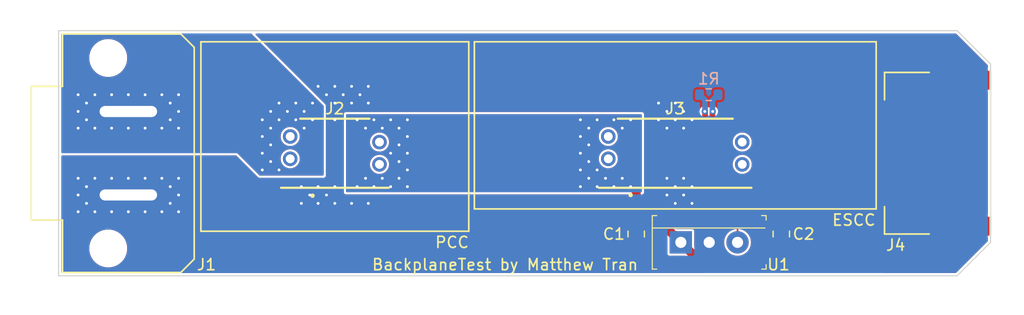
<source format=kicad_pcb>
(kicad_pcb (version 20171130) (host pcbnew "(5.1.10-1-10_14)")

  (general
    (thickness 1.6)
    (drawings 17)
    (tracks 187)
    (zones 0)
    (modules 8)
    (nets 7)
  )

  (page A4)
  (layers
    (0 F.Cu signal)
    (31 B.Cu signal)
    (32 B.Adhes user)
    (33 F.Adhes user)
    (34 B.Paste user hide)
    (35 F.Paste user hide)
    (36 B.SilkS user)
    (37 F.SilkS user)
    (38 B.Mask user)
    (39 F.Mask user)
    (40 Dwgs.User user)
    (41 Cmts.User user)
    (42 Eco1.User user)
    (43 Eco2.User user)
    (44 Edge.Cuts user)
    (45 Margin user)
    (46 B.CrtYd user)
    (47 F.CrtYd user)
    (48 B.Fab user hide)
    (49 F.Fab user hide)
  )

  (setup
    (last_trace_width 0.1524)
    (trace_clearance 0.1524)
    (zone_clearance 0.2)
    (zone_45_only no)
    (trace_min 0.1524)
    (via_size 0.5588)
    (via_drill 0.254)
    (via_min_size 0.5588)
    (via_min_drill 0.254)
    (uvia_size 0.3)
    (uvia_drill 0.1)
    (uvias_allowed no)
    (uvia_min_size 0.2)
    (uvia_min_drill 0.1)
    (edge_width 0.1)
    (segment_width 0.2)
    (pcb_text_width 0.3)
    (pcb_text_size 1.5 1.5)
    (mod_edge_width 0.15)
    (mod_text_size 1 1)
    (mod_text_width 0.15)
    (pad_size 1.308 1.308)
    (pad_drill 0.8)
    (pad_to_mask_clearance 0)
    (aux_axis_origin 0 0)
    (visible_elements FFFFFF7F)
    (pcbplotparams
      (layerselection 0x010fc_ffffffff)
      (usegerberextensions false)
      (usegerberattributes true)
      (usegerberadvancedattributes true)
      (creategerberjobfile true)
      (excludeedgelayer true)
      (linewidth 0.100000)
      (plotframeref false)
      (viasonmask false)
      (mode 1)
      (useauxorigin false)
      (hpglpennumber 1)
      (hpglpenspeed 20)
      (hpglpendiameter 15.000000)
      (psnegative false)
      (psa4output false)
      (plotreference true)
      (plotvalue true)
      (plotinvisibletext false)
      (padsonsilk false)
      (subtractmaskfromsilk false)
      (outputformat 1)
      (mirror false)
      (drillshape 1)
      (scaleselection 1)
      (outputdirectory ""))
  )

  (net 0 "")
  (net 1 +48V)
  (net 2 GND)
  (net 3 +12V)
  (net 4 /CAN-)
  (net 5 /CAN+)
  (net 6 +5V)

  (net_class Default "This is the default net class."
    (clearance 0.1524)
    (trace_width 0.1524)
    (via_dia 0.5588)
    (via_drill 0.254)
    (uvia_dia 0.3)
    (uvia_drill 0.1)
    (diff_pair_width 0.508)
    (diff_pair_gap 0.1524)
    (add_net +5V)
    (add_net /CAN+)
    (add_net /CAN-)
  )

  (net_class Power ""
    (clearance 0.2)
    (trace_width 0.8)
    (via_dia 1)
    (via_drill 0.5)
    (uvia_dia 0.3)
    (uvia_drill 0.1)
    (diff_pair_width 0.508)
    (diff_pair_gap 0.1524)
    (add_net +12V)
    (add_net +48V)
    (add_net GND)
  )

  (module digikey-footprints:TO-220-3 (layer F.Cu) (tedit 5AFA02CB) (tstamp 60BBE218)
    (at 199.5 108)
    (descr http://www.st.com/content/ccc/resource/technical/document/datasheet/f9/ed/f5/44/26/b9/43/a4/CD00000911.pdf/files/CD00000911.pdf/jcr:content/translations/en.CD00000911.pdf)
    (path /60BC3F3B)
    (fp_text reference U1 (at 8.75 2) (layer F.SilkS)
      (effects (font (size 1 1) (thickness 0.15)))
    )
    (fp_text value L7805CV (at 2.27 3.63) (layer F.Fab)
      (effects (font (size 1 1) (thickness 0.15)))
    )
    (fp_text user %R (at 2.52 -0.01) (layer F.Fab)
      (effects (font (size 1 1) (thickness 0.15)))
    )
    (fp_line (start -2.56 -1.29) (end 7.54 -1.29) (layer F.SilkS) (width 0.1))
    (fp_line (start -2.45 -1.3) (end 7.54 -1.3) (layer F.Fab) (width 0.1))
    (fp_line (start -2.71 2.5) (end 7.79 2.5) (layer F.CrtYd) (width 0.05))
    (fp_line (start -2.71 -2.5) (end 7.79 -2.5) (layer F.CrtYd) (width 0.05))
    (fp_line (start -2.71 -2.5) (end -2.71 2.5) (layer F.CrtYd) (width 0.05))
    (fp_line (start 7.79 -2.5) (end 7.79 2.5) (layer F.CrtYd) (width 0.05))
    (fp_line (start 7.64 2.4) (end 7.64 2) (layer F.SilkS) (width 0.1))
    (fp_line (start 7.64 2.4) (end 7.24 2.4) (layer F.SilkS) (width 0.1))
    (fp_line (start -2.56 2.4) (end -2.56 -2) (layer F.SilkS) (width 0.1))
    (fp_line (start -2.56 2.4) (end -2.16 2.4) (layer F.SilkS) (width 0.1))
    (fp_line (start -2.56 -2.4) (end -2.56 -2) (layer F.SilkS) (width 0.1))
    (fp_line (start -2.56 -2.4) (end -2.16 -2.4) (layer F.SilkS) (width 0.1))
    (fp_line (start 7.24 -2.4) (end 7.64 -2.4) (layer F.SilkS) (width 0.1))
    (fp_line (start 7.64 -2.4) (end 7.64 -2) (layer F.SilkS) (width 0.1))
    (fp_line (start 7.54 2.25) (end 7.54 -2.25) (layer F.Fab) (width 0.1))
    (fp_line (start -2.46 -2.25) (end -2.46 2.25) (layer F.Fab) (width 0.1))
    (fp_line (start -2.46 -2.25) (end 7.54 -2.25) (layer F.Fab) (width 0.1))
    (fp_line (start -2.46 2.25) (end 7.54 2.25) (layer F.Fab) (width 0.1))
    (pad 3 thru_hole circle (at 5.08 0) (size 2 2) (drill 1) (layers *.Cu *.Mask)
      (net 6 +5V))
    (pad 2 thru_hole circle (at 2.54 0) (size 2 2) (drill 1) (layers *.Cu *.Mask)
      (net 2 GND))
    (pad 1 thru_hole rect (at 0 0) (size 2 2) (drill 1) (layers *.Cu *.Mask)
      (net 3 +12V))
  )

  (module Capacitor_SMD:C_0805_2012Metric (layer F.Cu) (tedit 5F68FEEE) (tstamp 60BBE589)
    (at 208.5 107.25 270)
    (descr "Capacitor SMD 0805 (2012 Metric), square (rectangular) end terminal, IPC_7351 nominal, (Body size source: IPC-SM-782 page 76, https://www.pcb-3d.com/wordpress/wp-content/uploads/ipc-sm-782a_amendment_1_and_2.pdf, https://docs.google.com/spreadsheets/d/1BsfQQcO9C6DZCsRaXUlFlo91Tg2WpOkGARC1WS5S8t0/edit?usp=sharing), generated with kicad-footprint-generator")
    (tags capacitor)
    (path /60BC9DBB)
    (attr smd)
    (fp_text reference C2 (at 0 -2 180) (layer F.SilkS)
      (effects (font (size 1 1) (thickness 0.15)))
    )
    (fp_text value 10u (at 0 1.68 90) (layer F.Fab)
      (effects (font (size 1 1) (thickness 0.15)))
    )
    (fp_text user %R (at 0 0 90) (layer F.Fab)
      (effects (font (size 0.5 0.5) (thickness 0.08)))
    )
    (fp_line (start -1 0.625) (end -1 -0.625) (layer F.Fab) (width 0.1))
    (fp_line (start -1 -0.625) (end 1 -0.625) (layer F.Fab) (width 0.1))
    (fp_line (start 1 -0.625) (end 1 0.625) (layer F.Fab) (width 0.1))
    (fp_line (start 1 0.625) (end -1 0.625) (layer F.Fab) (width 0.1))
    (fp_line (start -0.261252 -0.735) (end 0.261252 -0.735) (layer F.SilkS) (width 0.12))
    (fp_line (start -0.261252 0.735) (end 0.261252 0.735) (layer F.SilkS) (width 0.12))
    (fp_line (start -1.7 0.98) (end -1.7 -0.98) (layer F.CrtYd) (width 0.05))
    (fp_line (start -1.7 -0.98) (end 1.7 -0.98) (layer F.CrtYd) (width 0.05))
    (fp_line (start 1.7 -0.98) (end 1.7 0.98) (layer F.CrtYd) (width 0.05))
    (fp_line (start 1.7 0.98) (end -1.7 0.98) (layer F.CrtYd) (width 0.05))
    (pad 2 smd roundrect (at 0.95 0 270) (size 1 1.45) (layers F.Cu F.Paste F.Mask) (roundrect_rratio 0.25)
      (net 2 GND))
    (pad 1 smd roundrect (at -0.95 0 270) (size 1 1.45) (layers F.Cu F.Paste F.Mask) (roundrect_rratio 0.25)
      (net 6 +5V))
    (model ${KISYS3DMOD}/Capacitor_SMD.3dshapes/C_0805_2012Metric.wrl
      (at (xyz 0 0 0))
      (scale (xyz 1 1 1))
      (rotate (xyz 0 0 0))
    )
  )

  (module Capacitor_SMD:C_0805_2012Metric (layer F.Cu) (tedit 5F68FEEE) (tstamp 60BBE5CA)
    (at 195.5 107.25 90)
    (descr "Capacitor SMD 0805 (2012 Metric), square (rectangular) end terminal, IPC_7351 nominal, (Body size source: IPC-SM-782 page 76, https://www.pcb-3d.com/wordpress/wp-content/uploads/ipc-sm-782a_amendment_1_and_2.pdf, https://docs.google.com/spreadsheets/d/1BsfQQcO9C6DZCsRaXUlFlo91Tg2WpOkGARC1WS5S8t0/edit?usp=sharing), generated with kicad-footprint-generator")
    (tags capacitor)
    (path /60BC7099)
    (attr smd)
    (fp_text reference C1 (at 0 -2 180) (layer F.SilkS)
      (effects (font (size 1 1) (thickness 0.15)))
    )
    (fp_text value 10u (at 0 1.68 90) (layer F.Fab)
      (effects (font (size 1 1) (thickness 0.15)))
    )
    (fp_text user %R (at 0 0 90) (layer F.Fab)
      (effects (font (size 0.5 0.5) (thickness 0.08)))
    )
    (fp_line (start -1 0.625) (end -1 -0.625) (layer F.Fab) (width 0.1))
    (fp_line (start -1 -0.625) (end 1 -0.625) (layer F.Fab) (width 0.1))
    (fp_line (start 1 -0.625) (end 1 0.625) (layer F.Fab) (width 0.1))
    (fp_line (start 1 0.625) (end -1 0.625) (layer F.Fab) (width 0.1))
    (fp_line (start -0.261252 -0.735) (end 0.261252 -0.735) (layer F.SilkS) (width 0.12))
    (fp_line (start -0.261252 0.735) (end 0.261252 0.735) (layer F.SilkS) (width 0.12))
    (fp_line (start -1.7 0.98) (end -1.7 -0.98) (layer F.CrtYd) (width 0.05))
    (fp_line (start -1.7 -0.98) (end 1.7 -0.98) (layer F.CrtYd) (width 0.05))
    (fp_line (start 1.7 -0.98) (end 1.7 0.98) (layer F.CrtYd) (width 0.05))
    (fp_line (start 1.7 0.98) (end -1.7 0.98) (layer F.CrtYd) (width 0.05))
    (pad 2 smd roundrect (at 0.95 0 90) (size 1 1.45) (layers F.Cu F.Paste F.Mask) (roundrect_rratio 0.25)
      (net 3 +12V))
    (pad 1 smd roundrect (at -0.95 0 90) (size 1 1.45) (layers F.Cu F.Paste F.Mask) (roundrect_rratio 0.25)
      (net 2 GND))
    (model ${KISYS3DMOD}/Capacitor_SMD.3dshapes/C_0805_2012Metric.wrl
      (at (xyz 0 0 0))
      (scale (xyz 1 1 1))
      (rotate (xyz 0 0 0))
    )
  )

  (module Resistor_SMD:R_0603_1608Metric (layer B.Cu) (tedit 5F68FEEE) (tstamp 60BBD1B7)
    (at 202 94.75 180)
    (descr "Resistor SMD 0603 (1608 Metric), square (rectangular) end terminal, IPC_7351 nominal, (Body size source: IPC-SM-782 page 72, https://www.pcb-3d.com/wordpress/wp-content/uploads/ipc-sm-782a_amendment_1_and_2.pdf), generated with kicad-footprint-generator")
    (tags resistor)
    (path /60BD2237)
    (attr smd)
    (fp_text reference R1 (at 0 1.43) (layer B.SilkS)
      (effects (font (size 1 1) (thickness 0.15)) (justify mirror))
    )
    (fp_text value 120 (at 0 -1.43) (layer B.Fab)
      (effects (font (size 1 1) (thickness 0.15)) (justify mirror))
    )
    (fp_text user %R (at 0 0) (layer B.Fab)
      (effects (font (size 0.4 0.4) (thickness 0.06)) (justify mirror))
    )
    (fp_line (start -0.8 -0.4125) (end -0.8 0.4125) (layer B.Fab) (width 0.1))
    (fp_line (start -0.8 0.4125) (end 0.8 0.4125) (layer B.Fab) (width 0.1))
    (fp_line (start 0.8 0.4125) (end 0.8 -0.4125) (layer B.Fab) (width 0.1))
    (fp_line (start 0.8 -0.4125) (end -0.8 -0.4125) (layer B.Fab) (width 0.1))
    (fp_line (start -0.237258 0.5225) (end 0.237258 0.5225) (layer B.SilkS) (width 0.12))
    (fp_line (start -0.237258 -0.5225) (end 0.237258 -0.5225) (layer B.SilkS) (width 0.12))
    (fp_line (start -1.48 -0.73) (end -1.48 0.73) (layer B.CrtYd) (width 0.05))
    (fp_line (start -1.48 0.73) (end 1.48 0.73) (layer B.CrtYd) (width 0.05))
    (fp_line (start 1.48 0.73) (end 1.48 -0.73) (layer B.CrtYd) (width 0.05))
    (fp_line (start 1.48 -0.73) (end -1.48 -0.73) (layer B.CrtYd) (width 0.05))
    (pad 2 smd roundrect (at 0.825 0 180) (size 0.8 0.95) (layers B.Cu B.Paste B.Mask) (roundrect_rratio 0.25)
      (net 5 /CAN+))
    (pad 1 smd roundrect (at -0.825 0 180) (size 0.8 0.95) (layers B.Cu B.Paste B.Mask) (roundrect_rratio 0.25)
      (net 4 /CAN-))
    (model ${KISYS3DMOD}/Resistor_SMD.3dshapes/R_0603_1608Metric.wrl
      (at (xyz 0 0 0))
      (scale (xyz 1 1 1))
      (rotate (xyz 0 0 0))
    )
  )

  (module extraparts:Molex_DuraClik_RH_5pin (layer F.Cu) (tedit 5F9FCE3A) (tstamp 60BBD1A6)
    (at 227.25 100 90)
    (path /60BE15F1)
    (fp_text reference J4 (at -8.25 -8.5 180) (layer F.SilkS)
      (effects (font (size 1 1) (thickness 0.15)))
    )
    (fp_text value CAN (at 0 -12.25 90) (layer F.Fab)
      (effects (font (size 1 1) (thickness 0.15)))
    )
    (fp_line (start 7.25 -9.5) (end 7.25 -5.5) (layer F.SilkS) (width 0.15))
    (fp_line (start 4.794 -9.5) (end 7.25 -9.5) (layer F.SilkS) (width 0.15))
    (fp_line (start -7.25 -9.5) (end -7.25 -5.5) (layer F.SilkS) (width 0.15))
    (fp_line (start -4.794 -9.5) (end -7.25 -9.5) (layer F.SilkS) (width 0.15))
    (fp_line (start -7.25 0) (end 7.25 0) (layer F.SilkS) (width 0.15))
    (pad 4 smd rect (at 2 -8.23 90) (size 1.2 3.2) (layers F.Cu F.Paste F.Mask)
      (net 5 /CAN+))
    (pad 3 smd rect (at 0 -8.23 90) (size 1.2 3.2) (layers F.Cu F.Paste F.Mask)
      (net 2 GND))
    (pad 1 smd rect (at -4 -8.23 90) (size 1.2 3.2) (layers F.Cu F.Paste F.Mask)
      (net 3 +12V))
    (pad MP smd rect (at -6.55 -2.75 90) (size 1.7 5.3) (layers F.Cu F.Paste F.Mask))
    (pad 2 smd rect (at -2 -8.23 90) (size 1.2 3.2) (layers F.Cu F.Paste F.Mask)
      (net 6 +5V))
    (pad MP smd rect (at 6.55 -2.75 90) (size 1.7 5.3) (layers F.Cu F.Paste F.Mask))
    (pad 5 smd rect (at 4 -8.23 90) (size 1.2 3.2) (layers F.Cu F.Paste F.Mask)
      (net 4 /CAN-))
    (model :extraparts3d:5023520510.stp
      (offset (xyz 0 5 3))
      (scale (xyz 1 1 1))
      (rotate (xyz 0 0 180))
    )
  )

  (module extraparts:Samtec_mPOWER_UMPS_5pin (layer F.Cu) (tedit 5FE32FAF) (tstamp 60BBDA3A)
    (at 199 100)
    (path /60BC3245)
    (fp_text reference J3 (at 0 -4) (layer F.SilkS)
      (effects (font (size 1 1) (thickness 0.15)))
    )
    (fp_text value ESCC (at 0 4.75) (layer F.Fab)
      (effects (font (size 1 1) (thickness 0.15)))
    )
    (fp_line (start -7.525 -3.1) (end 7.525 -3.1) (layer F.Fab) (width 0.1))
    (fp_line (start 7.525 -3.1) (end 7.525 -2.4) (layer F.Fab) (width 0.1))
    (fp_line (start 7.525 -2.4) (end 6.825 -2.4) (layer F.Fab) (width 0.1))
    (fp_line (start 6.825 -2.4) (end 6.825 3.1) (layer F.Fab) (width 0.1))
    (fp_line (start 6.825 3.1) (end -6.825 3.1) (layer F.Fab) (width 0.1))
    (fp_line (start -6.825 3.1) (end -6.825 -2.4) (layer F.Fab) (width 0.1))
    (fp_line (start -6.825 -2.4) (end -7.525 -2.4) (layer F.Fab) (width 0.1))
    (fp_line (start -7.525 -2.4) (end -7.525 -3.1) (layer F.Fab) (width 0.1))
    (fp_line (start -6.825 3.1) (end 6.825 3.1) (layer F.SilkS) (width 0.2))
    (fp_line (start -5.15 -3.1) (end 5.15 -3.1) (layer F.SilkS) (width 0.2))
    (fp_line (start -8.2 -3.35) (end 8.2 -3.35) (layer F.CrtYd) (width 0.05))
    (fp_line (start 8.2 -3.35) (end 8.2 3.35) (layer F.CrtYd) (width 0.05))
    (fp_line (start 8.2 3.35) (end -8.2 3.35) (layer F.CrtYd) (width 0.05))
    (fp_line (start -8.2 3.35) (end -8.2 -3.35) (layer F.CrtYd) (width 0.05))
    (fp_circle (center -4 3.75) (end -3.9 3.75) (layer F.SilkS) (width 0.2))
    (fp_circle (center -4 3.75) (end -3.9 3.75) (layer F.Fab) (width 0.2))
    (fp_poly (pts (xy 5.5 -2.63) (xy 7.95 -2.63) (xy 7.95 -0.35) (xy 5.5 -0.35)) (layer F.Paste) (width 0.01))
    (fp_poly (pts (xy 5.5 0.35) (xy 7.95 0.35) (xy 7.95 2.63) (xy 5.5 2.63)) (layer F.Paste) (width 0.01))
    (fp_poly (pts (xy -7.95 -3.13) (xy -5.5 -3.13) (xy -5.5 -0.85) (xy -7.95 -0.85)) (layer F.Paste) (width 0.01))
    (fp_poly (pts (xy -7.95 -0.15) (xy -5.5 -0.15) (xy -5.5 2.13) (xy -7.95 2.13)) (layer F.Paste) (width 0.01))
    (pad 5 smd rect (at 4 0) (size 1.3 3.5) (layers F.Cu F.Paste F.Mask)
      (net 4 /CAN-))
    (pad "" thru_hole circle (at 6 1) (size 1.308 1.308) (drill 0.8) (layers *.Cu *.Mask))
    (pad "" thru_hole circle (at 6 -1) (size 1.308 1.308) (drill 0.8) (layers *.Cu *.Mask))
    (pad "" thru_hole circle (at -6 0.5) (size 1.308 1.308) (drill 0.8) (layers *.Cu *.Mask))
    (pad "" thru_hole circle (at -6 -1.5) (size 1.308 1.308) (drill 0.8) (layers *.Cu *.Mask))
    (pad 4 smd rect (at 2 0) (size 1.3 3.5) (layers F.Cu F.Paste F.Mask)
      (net 5 /CAN+))
    (pad 3 smd rect (at 0 0) (size 1.3 3.5) (layers F.Cu F.Paste F.Mask)
      (net 2 GND))
    (pad 1 smd rect (at -4 0) (size 1.3 3.5) (layers F.Cu F.Paste F.Mask)
      (net 3 +12V))
    (pad 2 smd rect (at -2 0) (size 1.3 3.5) (layers F.Cu F.Paste F.Mask)
      (net 6 +5V))
    (model :extraparts3d:UMPS-05-03.5-T-VT-SM-WT.stp
      (at (xyz 0 0 0))
      (scale (xyz 1 1 1))
      (rotate (xyz -90 0 0))
    )
  )

  (module extraparts:Samtec_mPOWER_UMPS_3pin (layer F.Cu) (tedit 5FE32C7F) (tstamp 60BBD720)
    (at 168.5 100)
    (path /60BC1B7D)
    (fp_text reference J2 (at 0 -4) (layer F.SilkS)
      (effects (font (size 1 1) (thickness 0.15)))
    )
    (fp_text value PCC (at 0 4.75) (layer F.Fab)
      (effects (font (size 1 1) (thickness 0.15)))
    )
    (fp_circle (center -2 3.81) (end -1.9 3.81) (layer F.SilkS) (width 0.2))
    (fp_circle (center -2 3.81) (end -1.9 3.81) (layer F.Fab) (width 0.2))
    (fp_line (start -5.525 -3.1) (end 5.525 -3.1) (layer F.Fab) (width 0.1))
    (fp_line (start 5.525 -3.1) (end 5.525 -2.4) (layer F.Fab) (width 0.1))
    (fp_line (start 5.525 -2.4) (end 4.825 -2.4) (layer F.Fab) (width 0.1))
    (fp_line (start 4.825 -2.4) (end 4.825 3.1) (layer F.Fab) (width 0.1))
    (fp_line (start 4.825 3.1) (end -4.825 3.1) (layer F.Fab) (width 0.1))
    (fp_line (start -4.825 3.1) (end -4.825 -2.4) (layer F.Fab) (width 0.1))
    (fp_line (start -4.825 -2.4) (end -5.525 -2.4) (layer F.Fab) (width 0.1))
    (fp_line (start -5.525 -2.4) (end -5.525 -3.1) (layer F.Fab) (width 0.1))
    (fp_line (start -6.2 -3.35) (end 6.2 -3.35) (layer F.CrtYd) (width 0.05))
    (fp_line (start 6.2 -3.35) (end 6.2 3.35) (layer F.CrtYd) (width 0.05))
    (fp_line (start 6.2 3.35) (end -6.2 3.35) (layer F.CrtYd) (width 0.05))
    (fp_line (start -6.2 3.35) (end -6.2 -3.35) (layer F.CrtYd) (width 0.05))
    (fp_line (start -3.1 -3.1) (end 3.1 -3.1) (layer F.SilkS) (width 0.2))
    (fp_line (start 4.825 3.1) (end -4.825 3.1) (layer F.SilkS) (width 0.2))
    (fp_poly (pts (xy 3.5 -2.63) (xy 5.95 -2.63) (xy 5.95 -0.35) (xy 3.5 -0.35)) (layer F.Paste) (width 0.01))
    (fp_poly (pts (xy 3.5 0.35) (xy 5.95 0.35) (xy 5.95 2.63) (xy 3.5 2.63)) (layer F.Paste) (width 0.01))
    (fp_poly (pts (xy -5.95 -0.15) (xy -3.5 -0.15) (xy -3.5 2.13) (xy -5.95 2.13)) (layer F.Paste) (width 0.01))
    (fp_poly (pts (xy -5.95 -3.13) (xy -3.5 -3.13) (xy -3.5 -0.85) (xy -5.95 -0.85)) (layer F.Paste) (width 0.01))
    (pad 3 smd rect (at 2 0) (size 1.3 3.5) (layers F.Cu F.Paste F.Mask)
      (net 3 +12V))
    (pad "" thru_hole circle (at 4 1) (size 1.308 1.308) (drill 0.8) (layers *.Cu *.Mask))
    (pad "" thru_hole circle (at 4 -1) (size 1.308 1.308) (drill 0.8) (layers *.Cu *.Mask))
    (pad "" thru_hole circle (at -4 0.5) (size 1.308 1.308) (drill 0.8) (layers *.Cu *.Mask))
    (pad "" thru_hole circle (at -4 -1.5) (size 1.308 1.308) (drill 0.8) (layers *.Cu *.Mask))
    (pad 2 smd rect (at 0 0) (size 1.3 3.5) (layers F.Cu F.Paste F.Mask)
      (net 2 GND))
    (pad 1 smd rect (at -2 0) (size 1.3 3.5) (layers F.Cu F.Paste F.Mask)
      (net 1 +48V))
    (model :extraparts3d:UMPS-03-03.5-T-VT-SM-WT.stp
      (at (xyz 0 0 0))
      (scale (xyz 1 1 1))
      (rotate (xyz -90 0 0))
    )
  )

  (module extraparts:Molex_SuperSabre_Vert_2pin (layer F.Cu) (tedit 60BB69AA) (tstamp 60BBD7D1)
    (at 150 100 270)
    (path /60BBF9F2)
    (fp_text reference J1 (at 10 -7 180) (layer F.SilkS)
      (effects (font (size 1 1) (thickness 0.15)))
    )
    (fp_text value Power (at 0 -8.25 90) (layer F.Fab)
      (effects (font (size 1 1) (thickness 0.15)))
    )
    (fp_line (start -6 8.7) (end 6 8.7) (layer F.SilkS) (width 0.15))
    (fp_line (start 6 8.7) (end 6 5.9) (layer F.SilkS) (width 0.15))
    (fp_line (start 6 5.9) (end 10.7 5.9) (layer F.SilkS) (width 0.15))
    (fp_line (start 10.7 5.9) (end 10.7 -4.7) (layer F.SilkS) (width 0.15))
    (fp_line (start 9.5 -5.9) (end 10.7 -4.7) (layer F.SilkS) (width 0.15))
    (fp_line (start 9.5 -5.9) (end -9.5 -5.9) (layer F.SilkS) (width 0.15))
    (fp_line (start -9.5 -5.9) (end -10.7 -4.7) (layer F.SilkS) (width 0.15))
    (fp_line (start -10.7 -4.7) (end -10.7 5.9) (layer F.SilkS) (width 0.15))
    (fp_line (start -10.7 5.9) (end -6 5.9) (layer F.SilkS) (width 0.15))
    (fp_line (start -6 5.9) (end -6 8.7) (layer F.SilkS) (width 0.15))
    (fp_line (start 10.75 6) (end 10.75 -4.75) (layer F.CrtYd) (width 0.12))
    (fp_line (start 10.75 -4.75) (end 9.5 -6) (layer F.CrtYd) (width 0.12))
    (fp_line (start 9.5 -6) (end -9.5 -6) (layer F.CrtYd) (width 0.12))
    (fp_line (start -9.5 -6) (end -10.75 -4.75) (layer F.CrtYd) (width 0.12))
    (fp_line (start -10.75 -4.75) (end -10.75 6) (layer F.CrtYd) (width 0.12))
    (fp_line (start -10.75 6) (end 10.75 6) (layer F.CrtYd) (width 0.12))
    (pad "" np_thru_hole circle (at -8.545 1.805 270) (size 3 3) (drill 3) (layers *.Cu *.Mask))
    (pad "" np_thru_hole circle (at 8.545 1.805 270) (size 3 3) (drill 3) (layers *.Cu *.Mask))
    (pad 2 thru_hole oval (at -3.745 0 270) (size 2 6.15) (drill oval 1 5.15) (layers *.Cu *.Mask)
      (net 1 +48V))
    (pad 1 thru_hole oval (at 3.745 0 270) (size 2 6.15) (drill oval 1 5.15) (layers *.Cu *.Mask)
      (net 2 GND))
    (model :extraparts3d:1720420206.stp
      (offset (xyz -48.45 -20.55 9.65))
      (scale (xyz 1 1 1))
      (rotate (xyz 0 0 0))
    )
  )

  (gr_text "BackplaneTest by Matthew Tran" (at 183.75 110) (layer F.SilkS)
    (effects (font (size 1 1) (thickness 0.15)))
  )
  (gr_line (start 224.25 111) (end 227.25 108) (layer Edge.Cuts) (width 0.1) (tstamp 60BBDD3B))
  (gr_line (start 227.25 92) (end 224.25 89) (layer Edge.Cuts) (width 0.1) (tstamp 60BBDD33))
  (gr_line (start 224.25 89) (end 143.75 89) (layer Edge.Cuts) (width 0.1) (tstamp 60BBDCF3))
  (gr_line (start 227.25 108) (end 227.25 92) (layer Edge.Cuts) (width 0.1))
  (gr_line (start 143.75 111) (end 224.25 111) (layer Edge.Cuts) (width 0.1))
  (gr_line (start 143.75 89) (end 143.75 111) (layer Edge.Cuts) (width 0.1))
  (gr_text ESCC (at 215 106) (layer F.SilkS)
    (effects (font (size 1 1) (thickness 0.15)))
  )
  (gr_line (start 181 90) (end 181 105) (layer F.SilkS) (width 0.15) (tstamp 60BBDA81))
  (gr_line (start 217 90) (end 217 105) (layer F.SilkS) (width 0.15) (tstamp 60BBDA7B))
  (gr_line (start 181 105) (end 217 105) (layer F.SilkS) (width 0.15) (tstamp 60BBDA7E))
  (gr_line (start 217 90) (end 181 90) (layer F.SilkS) (width 0.15) (tstamp 60BBDA84))
  (gr_text PCC (at 179 108) (layer F.SilkS)
    (effects (font (size 1 1) (thickness 0.15)))
  )
  (gr_line (start 156.5 107) (end 156.5 90) (layer F.SilkS) (width 0.15) (tstamp 60BBD763))
  (gr_line (start 180.5 90) (end 180.5 107) (layer F.SilkS) (width 0.15) (tstamp 60BBD760))
  (gr_line (start 156.5 107) (end 180.5 107) (layer F.SilkS) (width 0.15) (tstamp 60BBD766))
  (gr_line (start 156.5 90) (end 180.5 90) (layer F.SilkS) (width 0.15) (tstamp 60BBD75D))

  (via (at 154.5 96.25) (size 0.5588) (drill 0.254) (layers F.Cu B.Cu) (net 1))
  (via (at 145.5 96.25) (size 0.5588) (drill 0.254) (layers F.Cu B.Cu) (net 1))
  (via (at 150 94.75) (size 0.5588) (drill 0.254) (layers F.Cu B.Cu) (net 1))
  (via (at 150 97.75) (size 0.5588) (drill 0.254) (layers F.Cu B.Cu) (net 1))
  (via (at 151.5 97.75) (size 0.5588) (drill 0.254) (layers F.Cu B.Cu) (net 1))
  (via (at 153 97.75) (size 0.5588) (drill 0.254) (layers F.Cu B.Cu) (net 1))
  (via (at 154.5 97.75) (size 0.5588) (drill 0.254) (layers F.Cu B.Cu) (net 1))
  (via (at 154.5 94.75) (size 0.5588) (drill 0.254) (layers F.Cu B.Cu) (net 1))
  (via (at 153 94.75) (size 0.5588) (drill 0.254) (layers F.Cu B.Cu) (net 1))
  (via (at 151.5 94.75) (size 0.5588) (drill 0.254) (layers F.Cu B.Cu) (net 1))
  (via (at 148.5 94.75) (size 0.5588) (drill 0.254) (layers F.Cu B.Cu) (net 1))
  (via (at 147 94.75) (size 0.5588) (drill 0.254) (layers F.Cu B.Cu) (net 1))
  (via (at 145.5 94.75) (size 0.5588) (drill 0.254) (layers F.Cu B.Cu) (net 1))
  (via (at 145.5 97.75) (size 0.5588) (drill 0.254) (layers F.Cu B.Cu) (net 1))
  (via (at 147 97.75) (size 0.5588) (drill 0.254) (layers F.Cu B.Cu) (net 1))
  (via (at 148.5 97.75) (size 0.5588) (drill 0.254) (layers F.Cu B.Cu) (net 1))
  (via (at 146.25 97) (size 0.5588) (drill 0.254) (layers F.Cu B.Cu) (net 1))
  (via (at 146.25 95.5) (size 0.5588) (drill 0.254) (layers F.Cu B.Cu) (net 1))
  (via (at 153.75 95.5) (size 0.5588) (drill 0.254) (layers F.Cu B.Cu) (net 1))
  (via (at 153.75 97) (size 0.5588) (drill 0.254) (layers F.Cu B.Cu) (net 1))
  (via (at 166.5 97) (size 0.5588) (drill 0.254) (layers F.Cu B.Cu) (net 1))
  (via (at 165 97) (size 0.5588) (drill 0.254) (layers F.Cu B.Cu) (net 1))
  (via (at 166.5 95.5) (size 0.5588) (drill 0.254) (layers F.Cu B.Cu) (net 1))
  (via (at 165 95.5) (size 0.5588) (drill 0.254) (layers F.Cu B.Cu) (net 1))
  (via (at 163.5 97) (size 0.5588) (drill 0.254) (layers F.Cu B.Cu) (net 1))
  (via (at 163.5 95.5) (size 0.5588) (drill 0.254) (layers F.Cu B.Cu) (net 1))
  (via (at 162 97) (size 0.5588) (drill 0.254) (layers F.Cu B.Cu) (net 1))
  (via (at 162 98.5) (size 0.5588) (drill 0.254) (layers F.Cu B.Cu) (net 1))
  (via (at 162 100) (size 0.5588) (drill 0.254) (layers F.Cu B.Cu) (net 1))
  (via (at 162 101.5) (size 0.5588) (drill 0.254) (layers F.Cu B.Cu) (net 1))
  (via (at 163.5 101.5) (size 0.5588) (drill 0.254) (layers F.Cu B.Cu) (net 1))
  (via (at 162.75 99.25) (size 0.5588) (drill 0.254) (layers F.Cu B.Cu) (net 1))
  (via (at 162.75 100.75) (size 0.5588) (drill 0.254) (layers F.Cu B.Cu) (net 1))
  (via (at 162.75 97.75) (size 0.5588) (drill 0.254) (layers F.Cu B.Cu) (net 1))
  (via (at 162.75 96.25) (size 0.5588) (drill 0.254) (layers F.Cu B.Cu) (net 1))
  (via (at 164.25 96.25) (size 0.5588) (drill 0.254) (layers F.Cu B.Cu) (net 1))
  (via (at 165.75 96.25) (size 0.5588) (drill 0.254) (layers F.Cu B.Cu) (net 1))
  (via (at 165.75 97.75) (size 0.5588) (drill 0.254) (layers F.Cu B.Cu) (net 1))
  (via (at 154.5 103.75) (size 0.5588) (drill 0.254) (layers F.Cu B.Cu) (net 2))
  (via (at 145.5 103.75) (size 0.5588) (drill 0.254) (layers F.Cu B.Cu) (net 2))
  (via (at 150 102.25) (size 0.5588) (drill 0.254) (layers F.Cu B.Cu) (net 2))
  (via (at 150 105.25) (size 0.5588) (drill 0.254) (layers F.Cu B.Cu) (net 2))
  (via (at 145.5 102.25) (size 0.5588) (drill 0.254) (layers F.Cu B.Cu) (net 2))
  (via (at 147 102.25) (size 0.5588) (drill 0.254) (layers F.Cu B.Cu) (net 2))
  (via (at 148.5 102.25) (size 0.5588) (drill 0.254) (layers F.Cu B.Cu) (net 2))
  (via (at 148.5 105.25) (size 0.5588) (drill 0.254) (layers F.Cu B.Cu) (net 2))
  (via (at 147 105.25) (size 0.5588) (drill 0.254) (layers F.Cu B.Cu) (net 2))
  (via (at 145.5 105.25) (size 0.5588) (drill 0.254) (layers F.Cu B.Cu) (net 2))
  (via (at 151.5 102.25) (size 0.5588) (drill 0.254) (layers F.Cu B.Cu) (net 2))
  (via (at 153 102.25) (size 0.5588) (drill 0.254) (layers F.Cu B.Cu) (net 2))
  (via (at 154.5 102.25) (size 0.5588) (drill 0.254) (layers F.Cu B.Cu) (net 2))
  (via (at 154.5 105.25) (size 0.5588) (drill 0.254) (layers F.Cu B.Cu) (net 2))
  (via (at 153 105.25) (size 0.5588) (drill 0.254) (layers F.Cu B.Cu) (net 2))
  (via (at 151.5 105.25) (size 0.5588) (drill 0.254) (layers F.Cu B.Cu) (net 2))
  (via (at 153.75 103) (size 0.5588) (drill 0.254) (layers F.Cu B.Cu) (net 2))
  (via (at 153.75 104.5) (size 0.5588) (drill 0.254) (layers F.Cu B.Cu) (net 2))
  (via (at 146.25 104.5) (size 0.5588) (drill 0.254) (layers F.Cu B.Cu) (net 2))
  (via (at 146.25 103) (size 0.5588) (drill 0.254) (layers F.Cu B.Cu) (net 2))
  (via (at 168.5 103) (size 0.5588) (drill 0.254) (layers F.Cu B.Cu) (net 2))
  (via (at 167 103) (size 0.5588) (drill 0.254) (layers F.Cu B.Cu) (net 2))
  (via (at 168.5 104.5) (size 0.5588) (drill 0.254) (layers F.Cu B.Cu) (net 2))
  (via (at 167 104.5) (size 0.5588) (drill 0.254) (layers F.Cu B.Cu) (net 2))
  (via (at 170 104.5) (size 0.5588) (drill 0.254) (layers F.Cu B.Cu) (net 2))
  (via (at 165.5 103) (size 0.5588) (drill 0.254) (layers F.Cu B.Cu) (net 2))
  (via (at 165.5 104.5) (size 0.5588) (drill 0.254) (layers F.Cu B.Cu) (net 2))
  (via (at 171.5 104.5) (size 0.5588) (drill 0.254) (layers F.Cu B.Cu) (net 2))
  (via (at 167.75 103.75) (size 0.5588) (drill 0.254) (layers F.Cu B.Cu) (net 2))
  (via (at 166.25 103.75) (size 0.5588) (drill 0.254) (layers F.Cu B.Cu) (net 2))
  (via (at 168.5 97) (size 0.5588) (drill 0.254) (layers F.Cu B.Cu) (net 2))
  (via (at 168.5 95.5) (size 0.5588) (drill 0.254) (layers F.Cu B.Cu) (net 2))
  (via (at 170 95.5) (size 0.5588) (drill 0.254) (layers F.Cu B.Cu) (net 2))
  (via (at 171.5 95.5) (size 0.5588) (drill 0.254) (layers F.Cu B.Cu) (net 2))
  (via (at 168.5 94) (size 0.5588) (drill 0.254) (layers F.Cu B.Cu) (net 2))
  (via (at 170 94) (size 0.5588) (drill 0.254) (layers F.Cu B.Cu) (net 2))
  (via (at 171.5 94) (size 0.5588) (drill 0.254) (layers F.Cu B.Cu) (net 2))
  (via (at 167 94) (size 0.5588) (drill 0.254) (layers F.Cu B.Cu) (net 2))
  (via (at 167.75 94.75) (size 0.5588) (drill 0.254) (layers F.Cu B.Cu) (net 2))
  (via (at 169.25 94.75) (size 0.5588) (drill 0.254) (layers F.Cu B.Cu) (net 2))
  (via (at 170.75 94.75) (size 0.5588) (drill 0.254) (layers F.Cu B.Cu) (net 2))
  (via (at 199 103) (size 0.5588) (drill 0.254) (layers F.Cu B.Cu) (net 2))
  (via (at 199 104.5) (size 0.5588) (drill 0.254) (layers F.Cu B.Cu) (net 2))
  (via (at 200.5 104.5) (size 0.5588) (drill 0.254) (layers F.Cu B.Cu) (net 2))
  (via (at 200.5 103) (size 0.5588) (drill 0.254) (layers F.Cu B.Cu) (net 2))
  (via (at 199.75 103.75) (size 0.5588) (drill 0.254) (layers F.Cu B.Cu) (net 2))
  (via (at 198.25 103.75) (size 0.5588) (drill 0.254) (layers F.Cu B.Cu) (net 2))
  (via (at 198.25 102.25) (size 0.5588) (drill 0.254) (layers F.Cu B.Cu) (net 2))
  (via (at 199.75 102.25) (size 0.5588) (drill 0.254) (layers F.Cu B.Cu) (net 2))
  (via (at 199 97) (size 0.5588) (drill 0.254) (layers F.Cu B.Cu) (net 2))
  (via (at 200.5 97) (size 0.5588) (drill 0.254) (layers F.Cu B.Cu) (net 2))
  (via (at 197.5 97) (size 0.5588) (drill 0.254) (layers F.Cu B.Cu) (net 2))
  (via (at 199 95.5) (size 0.5588) (drill 0.254) (layers F.Cu B.Cu) (net 2))
  (via (at 197.5 95.5) (size 0.5588) (drill 0.254) (layers F.Cu B.Cu) (net 2))
  (via (at 198.25 96.25) (size 0.5588) (drill 0.254) (layers F.Cu B.Cu) (net 2))
  (via (at 198.25 97.75) (size 0.5588) (drill 0.254) (layers F.Cu B.Cu) (net 2))
  (via (at 199.75 97.75) (size 0.5588) (drill 0.254) (layers F.Cu B.Cu) (net 2))
  (via (at 199.75 96.25) (size 0.5588) (drill 0.254) (layers F.Cu B.Cu) (net 2))
  (segment (start 197.8 106.3) (end 199.5 108) (width 0.8) (layer F.Cu) (net 3))
  (segment (start 195.5 106.3) (end 197.8 106.3) (width 0.8) (layer F.Cu) (net 3))
  (via (at 170.5 97) (size 0.5588) (drill 0.254) (layers F.Cu B.Cu) (net 3))
  (via (at 170.5 103) (size 0.5588) (drill 0.254) (layers F.Cu B.Cu) (net 3))
  (via (at 172 103) (size 0.5588) (drill 0.254) (layers F.Cu B.Cu) (net 3))
  (via (at 173.5 103) (size 0.5588) (drill 0.254) (layers F.Cu B.Cu) (net 3))
  (via (at 175 103) (size 0.5588) (drill 0.254) (layers F.Cu B.Cu) (net 3))
  (via (at 175 101.5) (size 0.5588) (drill 0.254) (layers F.Cu B.Cu) (net 3))
  (via (at 175 100) (size 0.5588) (drill 0.254) (layers F.Cu B.Cu) (net 3))
  (via (at 175 98.5) (size 0.5588) (drill 0.254) (layers F.Cu B.Cu) (net 3))
  (via (at 173.5 97) (size 0.5588) (drill 0.254) (layers F.Cu B.Cu) (net 3))
  (via (at 172 97) (size 0.5588) (drill 0.254) (layers F.Cu B.Cu) (net 3))
  (via (at 171.25 97.75) (size 0.5588) (drill 0.254) (layers F.Cu B.Cu) (net 3))
  (via (at 172.75 97.75) (size 0.5588) (drill 0.254) (layers F.Cu B.Cu) (net 3))
  (via (at 174.25 97.75) (size 0.5588) (drill 0.254) (layers F.Cu B.Cu) (net 3))
  (via (at 174.25 99.25) (size 0.5588) (drill 0.254) (layers F.Cu B.Cu) (net 3))
  (via (at 174.25 100.75) (size 0.5588) (drill 0.254) (layers F.Cu B.Cu) (net 3))
  (via (at 174.25 102.25) (size 0.5588) (drill 0.254) (layers F.Cu B.Cu) (net 3))
  (via (at 172.75 102.25) (size 0.5588) (drill 0.254) (layers F.Cu B.Cu) (net 3))
  (via (at 171.25 102.25) (size 0.5588) (drill 0.254) (layers F.Cu B.Cu) (net 3))
  (via (at 173.5 100) (size 0.5588) (drill 0.254) (layers F.Cu B.Cu) (net 3))
  (via (at 175 97) (size 0.5588) (drill 0.254) (layers F.Cu B.Cu) (net 3))
  (via (at 195 97) (size 0.5588) (drill 0.254) (layers F.Cu B.Cu) (net 3))
  (via (at 193.5 97) (size 0.5588) (drill 0.254) (layers F.Cu B.Cu) (net 3))
  (via (at 192 97) (size 0.5588) (drill 0.254) (layers F.Cu B.Cu) (net 3))
  (via (at 190.5 97) (size 0.5588) (drill 0.254) (layers F.Cu B.Cu) (net 3))
  (via (at 190.5 98.5) (size 0.5588) (drill 0.254) (layers F.Cu B.Cu) (net 3))
  (via (at 190.5 100) (size 0.5588) (drill 0.254) (layers F.Cu B.Cu) (net 3))
  (via (at 190.5 101.5) (size 0.5588) (drill 0.254) (layers F.Cu B.Cu) (net 3))
  (via (at 190.5 103) (size 0.5588) (drill 0.254) (layers F.Cu B.Cu) (net 3))
  (via (at 192 103) (size 0.5588) (drill 0.254) (layers F.Cu B.Cu) (net 3))
  (via (at 192 101.5) (size 0.5588) (drill 0.254) (layers F.Cu B.Cu) (net 3))
  (via (at 191.25 97.75) (size 0.5588) (drill 0.254) (layers F.Cu B.Cu) (net 3))
  (via (at 191.25 99.25) (size 0.5588) (drill 0.254) (layers F.Cu B.Cu) (net 3))
  (via (at 191.25 100.75) (size 0.5588) (drill 0.254) (layers F.Cu B.Cu) (net 3))
  (via (at 191.25 102.25) (size 0.5588) (drill 0.254) (layers F.Cu B.Cu) (net 3))
  (via (at 193.5 103) (size 0.5588) (drill 0.254) (layers F.Cu B.Cu) (net 3))
  (via (at 192.75 102.25) (size 0.5588) (drill 0.254) (layers F.Cu B.Cu) (net 3))
  (via (at 194.25 97.75) (size 0.5588) (drill 0.254) (layers F.Cu B.Cu) (net 3))
  (via (at 194.25 102.25) (size 0.5588) (drill 0.254) (layers F.Cu B.Cu) (net 3))
  (via (at 195 103) (size 0.5588) (drill 0.254) (layers F.Cu B.Cu) (net 3))
  (segment (start 195 102.25) (end 195 100) (width 0.8) (layer F.Cu) (net 3))
  (segment (start 195.5 102.75) (end 195 102.25) (width 0.8) (layer F.Cu) (net 3))
  (segment (start 195.5 106.3) (end 195.5 102.75) (width 0.8) (layer F.Cu) (net 3))
  (segment (start 217.75 110) (end 219.02 108.73) (width 0.8) (layer F.Cu) (net 3))
  (segment (start 219.02 108.73) (end 219.02 104) (width 0.8) (layer F.Cu) (net 3))
  (segment (start 201.5 110) (end 217.75 110) (width 0.8) (layer F.Cu) (net 3))
  (segment (start 199.5 108) (end 201.5 110) (width 0.8) (layer F.Cu) (net 3))
  (segment (start 203 101.1) (end 202.3302 101.7698) (width 0.508) (layer F.Cu) (net 4))
  (segment (start 203 100) (end 203 101.1) (width 0.508) (layer F.Cu) (net 4))
  (segment (start 202.3302 101.7698) (end 202.3302 102.613226) (width 0.508) (layer F.Cu) (net 4))
  (segment (start 202.3302 102.613226) (end 203.136774 103.4198) (width 0.508) (layer F.Cu) (net 4))
  (segment (start 203.136774 103.4198) (end 207.113226 103.4198) (width 0.508) (layer F.Cu) (net 4))
  (segment (start 216.619999 96) (end 219.02 96) (width 0.508) (layer F.Cu) (net 4))
  (segment (start 215.950199 96.6698) (end 216.619999 96) (width 0.508) (layer F.Cu) (net 4))
  (segment (start 213.863226 96.6698) (end 215.950199 96.6698) (width 0.508) (layer F.Cu) (net 4))
  (segment (start 207.113226 103.4198) (end 213.863226 96.6698) (width 0.508) (layer F.Cu) (net 4))
  (segment (start 203 98.9) (end 202.3302 98.2302) (width 0.508) (layer F.Cu) (net 4))
  (segment (start 203 100) (end 203 98.9) (width 0.508) (layer F.Cu) (net 4))
  (segment (start 202.3302 98.2302) (end 202.3302 96.2754) (width 0.508) (layer F.Cu) (net 4))
  (via (at 202.3556 96.25) (size 0.5588) (drill 0.254) (layers F.Cu B.Cu) (net 4))
  (segment (start 202.3302 96.2754) (end 202.3556 96.25) (width 0.508) (layer F.Cu) (net 4))
  (segment (start 202.3302 95.2448) (end 202.825 94.75) (width 0.508) (layer B.Cu) (net 4))
  (segment (start 202.3556 96.25) (end 202.3302 96.2246) (width 0.508) (layer B.Cu) (net 4))
  (segment (start 202.3302 96.2246) (end 202.3302 95.2448) (width 0.508) (layer B.Cu) (net 4))
  (segment (start 201 101.1) (end 201.6698 101.7698) (width 0.508) (layer F.Cu) (net 5))
  (segment (start 201 100) (end 201 101.1) (width 0.508) (layer F.Cu) (net 5))
  (segment (start 201.6698 101.7698) (end 201.6698 102.886774) (width 0.508) (layer F.Cu) (net 5))
  (segment (start 201.6698 102.886774) (end 202.863226 104.0802) (width 0.508) (layer F.Cu) (net 5))
  (segment (start 202.863226 104.0802) (end 207.386774 104.0802) (width 0.508) (layer F.Cu) (net 5))
  (segment (start 216.619999 98) (end 219.02 98) (width 0.508) (layer F.Cu) (net 5))
  (segment (start 215.950199 97.3302) (end 216.619999 98) (width 0.508) (layer F.Cu) (net 5))
  (segment (start 214.136774 97.3302) (end 215.950199 97.3302) (width 0.508) (layer F.Cu) (net 5))
  (segment (start 207.386774 104.0802) (end 214.136774 97.3302) (width 0.508) (layer F.Cu) (net 5))
  (segment (start 201 98.9) (end 201.6698 98.2302) (width 0.508) (layer F.Cu) (net 5))
  (segment (start 201 100) (end 201 98.9) (width 0.508) (layer F.Cu) (net 5))
  (segment (start 201.6698 98.2302) (end 201.6698 96.2754) (width 0.508) (layer F.Cu) (net 5))
  (segment (start 201.6698 96.2754) (end 201.6444 96.25) (width 0.508) (layer F.Cu) (net 5))
  (via (at 201.6444 96.25) (size 0.5588) (drill 0.254) (layers F.Cu B.Cu) (net 5))
  (segment (start 201.6698 95.2448) (end 201.175 94.75) (width 0.508) (layer B.Cu) (net 5))
  (segment (start 201.6698 96.2246) (end 201.6698 95.2448) (width 0.508) (layer B.Cu) (net 5))
  (segment (start 201.6444 96.25) (end 201.6698 96.2246) (width 0.508) (layer B.Cu) (net 5))
  (segment (start 204.58 108) (end 204.58 106.33) (width 0.1524) (layer F.Cu) (net 6))
  (segment (start 204.58 106.33) (end 204.55 106.3) (width 0.1524) (layer F.Cu) (net 6))
  (segment (start 204.55 106.3) (end 208.5 106.3) (width 0.1524) (layer F.Cu) (net 6))
  (segment (start 213 102) (end 219.02 102) (width 0.1524) (layer F.Cu) (net 6))
  (segment (start 208.7 106.3) (end 213 102) (width 0.1524) (layer F.Cu) (net 6))
  (segment (start 208.5 106.3) (end 208.7 106.3) (width 0.1524) (layer F.Cu) (net 6))
  (segment (start 199.05 106.3) (end 204.55 106.3) (width 0.1524) (layer F.Cu) (net 6))
  (segment (start 197 104.25) (end 199.05 106.3) (width 0.1524) (layer F.Cu) (net 6))
  (segment (start 197 100) (end 197 104.25) (width 0.1524) (layer F.Cu) (net 6))

  (zone (net 2) (net_name GND) (layer F.Cu) (tstamp 0) (hatch edge 0.508)
    (connect_pads yes (clearance 0.2))
    (min_thickness 0.16)
    (fill yes (arc_segments 32) (thermal_gap 0.508) (thermal_bridge_width 0.508))
    (polygon
      (pts
        (xy 230.25 114) (xy 139 114) (xy 139 86.25) (xy 230.25 86.25)
      )
    )
    (filled_polygon
      (pts
        (xy 226.920001 92.136691) (xy 226.920001 92.318646) (xy 221.85 92.318646) (xy 221.795111 92.324052) (xy 221.74233 92.340063)
        (xy 221.693688 92.366063) (xy 221.651053 92.401053) (xy 221.616063 92.443688) (xy 221.590063 92.49233) (xy 221.574052 92.545111)
        (xy 221.568646 92.6) (xy 221.568646 94.3) (xy 221.574052 94.354889) (xy 221.590063 94.40767) (xy 221.616063 94.456312)
        (xy 221.651053 94.498947) (xy 221.693688 94.533937) (xy 221.74233 94.559937) (xy 221.795111 94.575948) (xy 221.85 94.581354)
        (xy 226.920001 94.581354) (xy 226.92 105.418646) (xy 221.85 105.418646) (xy 221.795111 105.424052) (xy 221.74233 105.440063)
        (xy 221.693688 105.466063) (xy 221.651053 105.501053) (xy 221.616063 105.543688) (xy 221.590063 105.59233) (xy 221.574052 105.645111)
        (xy 221.568646 105.7) (xy 221.568646 107.4) (xy 221.574052 107.454889) (xy 221.590063 107.50767) (xy 221.616063 107.556312)
        (xy 221.651053 107.598947) (xy 221.693688 107.633937) (xy 221.74233 107.659937) (xy 221.795111 107.675948) (xy 221.85 107.681354)
        (xy 226.92 107.681354) (xy 226.92 107.86331) (xy 224.113311 110.67) (xy 217.883834 110.67) (xy 218.011484 110.631278)
        (xy 218.129616 110.568135) (xy 218.233159 110.483159) (xy 218.254459 110.457205) (xy 219.477215 109.23445) (xy 219.503158 109.213159)
        (xy 219.588135 109.109616) (xy 219.651278 108.991484) (xy 219.690161 108.863303) (xy 219.7 108.763404) (xy 219.7 108.763398)
        (xy 219.703289 108.730001) (xy 219.7 108.696604) (xy 219.7 104.881354) (xy 220.62 104.881354) (xy 220.674889 104.875948)
        (xy 220.72767 104.859937) (xy 220.776312 104.833937) (xy 220.818947 104.798947) (xy 220.853937 104.756312) (xy 220.879937 104.70767)
        (xy 220.895948 104.654889) (xy 220.901354 104.6) (xy 220.901354 103.4) (xy 220.895948 103.345111) (xy 220.879937 103.29233)
        (xy 220.853937 103.243688) (xy 220.818947 103.201053) (xy 220.776312 103.166063) (xy 220.72767 103.140063) (xy 220.674889 103.124052)
        (xy 220.62 103.118646) (xy 217.42 103.118646) (xy 217.365111 103.124052) (xy 217.31233 103.140063) (xy 217.263688 103.166063)
        (xy 217.221053 103.201053) (xy 217.186063 103.243688) (xy 217.160063 103.29233) (xy 217.144052 103.345111) (xy 217.138646 103.4)
        (xy 217.138646 104.6) (xy 217.144052 104.654889) (xy 217.160063 104.70767) (xy 217.186063 104.756312) (xy 217.221053 104.798947)
        (xy 217.263688 104.833937) (xy 217.31233 104.859937) (xy 217.365111 104.875948) (xy 217.42 104.881354) (xy 218.340001 104.881354)
        (xy 218.34 108.448335) (xy 217.468336 109.32) (xy 201.781665 109.32) (xy 200.781354 108.31969) (xy 200.781354 107)
        (xy 200.775948 106.945111) (xy 200.759937 106.89233) (xy 200.733937 106.843688) (xy 200.698947 106.801053) (xy 200.656312 106.766063)
        (xy 200.60767 106.740063) (xy 200.554889 106.724052) (xy 200.5 106.718646) (xy 199.180311 106.718646) (xy 199.117864 106.6562)
        (xy 204.223801 106.6562) (xy 204.223801 106.765776) (xy 204.206638 106.76919) (xy 203.973693 106.865679) (xy 203.764048 107.005759)
        (xy 203.585759 107.184048) (xy 203.445679 107.393693) (xy 203.34919 107.626638) (xy 203.3 107.873931) (xy 203.3 108.126069)
        (xy 203.34919 108.373362) (xy 203.445679 108.606307) (xy 203.585759 108.815952) (xy 203.764048 108.994241) (xy 203.973693 109.134321)
        (xy 204.206638 109.23081) (xy 204.453931 109.28) (xy 204.706069 109.28) (xy 204.953362 109.23081) (xy 205.186307 109.134321)
        (xy 205.395952 108.994241) (xy 205.574241 108.815952) (xy 205.714321 108.606307) (xy 205.81081 108.373362) (xy 205.86 108.126069)
        (xy 205.86 107.873931) (xy 205.81081 107.626638) (xy 205.714321 107.393693) (xy 205.574241 107.184048) (xy 205.395952 107.005759)
        (xy 205.186307 106.865679) (xy 204.953362 106.76919) (xy 204.9362 106.765776) (xy 204.9362 106.6562) (xy 207.504626 106.6562)
        (xy 207.534093 106.75334) (xy 207.583195 106.845204) (xy 207.649276 106.925724) (xy 207.729796 106.991805) (xy 207.82166 107.040907)
        (xy 207.921338 107.071144) (xy 208.025 107.081354) (xy 208.975 107.081354) (xy 209.078662 107.071144) (xy 209.17834 107.040907)
        (xy 209.270204 106.991805) (xy 209.350724 106.925724) (xy 209.416805 106.845204) (xy 209.465907 106.75334) (xy 209.496144 106.653662)
        (xy 209.506354 106.55) (xy 209.506354 106.05) (xy 209.501637 106.002105) (xy 213.147543 102.3562) (xy 217.138646 102.3562)
        (xy 217.138646 102.6) (xy 217.144052 102.654889) (xy 217.160063 102.70767) (xy 217.186063 102.756312) (xy 217.221053 102.798947)
        (xy 217.263688 102.833937) (xy 217.31233 102.859937) (xy 217.365111 102.875948) (xy 217.42 102.881354) (xy 220.62 102.881354)
        (xy 220.674889 102.875948) (xy 220.72767 102.859937) (xy 220.776312 102.833937) (xy 220.818947 102.798947) (xy 220.853937 102.756312)
        (xy 220.879937 102.70767) (xy 220.895948 102.654889) (xy 220.901354 102.6) (xy 220.901354 101.4) (xy 220.895948 101.345111)
        (xy 220.879937 101.29233) (xy 220.853937 101.243688) (xy 220.818947 101.201053) (xy 220.776312 101.166063) (xy 220.72767 101.140063)
        (xy 220.674889 101.124052) (xy 220.62 101.118646) (xy 217.42 101.118646) (xy 217.365111 101.124052) (xy 217.31233 101.140063)
        (xy 217.263688 101.166063) (xy 217.221053 101.201053) (xy 217.186063 101.243688) (xy 217.160063 101.29233) (xy 217.144052 101.345111)
        (xy 217.138646 101.4) (xy 217.138646 101.6438) (xy 213.017492 101.6438) (xy 212.999999 101.642077) (xy 212.982507 101.6438)
        (xy 212.982505 101.6438) (xy 212.930173 101.648954) (xy 212.863029 101.669322) (xy 212.823221 101.6906) (xy 212.801147 101.702399)
        (xy 212.773017 101.725485) (xy 212.74691 101.74691) (xy 212.735758 101.760499) (xy 208.977378 105.51888) (xy 208.975 105.518646)
        (xy 208.025 105.518646) (xy 207.921338 105.528856) (xy 207.82166 105.559093) (xy 207.729796 105.608195) (xy 207.649276 105.674276)
        (xy 207.583195 105.754796) (xy 207.534093 105.84666) (xy 207.504626 105.9438) (xy 204.567492 105.9438) (xy 204.55 105.942077)
        (xy 204.532508 105.9438) (xy 199.197543 105.9438) (xy 197.3562 104.102458) (xy 197.3562 102.031354) (xy 197.65 102.031354)
        (xy 197.704889 102.025948) (xy 197.75767 102.009937) (xy 197.806312 101.983937) (xy 197.848947 101.948947) (xy 197.883937 101.906312)
        (xy 197.909937 101.85767) (xy 197.925948 101.804889) (xy 197.931354 101.75) (xy 197.931354 98.25) (xy 200.068646 98.25)
        (xy 200.068646 101.75) (xy 200.074052 101.804889) (xy 200.090063 101.85767) (xy 200.116063 101.906312) (xy 200.151053 101.948947)
        (xy 200.193688 101.983937) (xy 200.24233 102.009937) (xy 200.295111 102.025948) (xy 200.35 102.031354) (xy 201.1358 102.031354)
        (xy 201.135801 102.860548) (xy 201.133218 102.886774) (xy 201.135801 102.913) (xy 201.143528 102.991456) (xy 201.149603 103.011483)
        (xy 201.174063 103.092115) (xy 201.223648 103.184883) (xy 201.273661 103.245824) (xy 201.273665 103.245828) (xy 201.29038 103.266195)
        (xy 201.310747 103.28291) (xy 202.46709 104.439254) (xy 202.483805 104.459621) (xy 202.504172 104.476336) (xy 202.504175 104.476339)
        (xy 202.565115 104.526352) (xy 202.604872 104.547602) (xy 202.657885 104.575938) (xy 202.758544 104.606473) (xy 202.837 104.6142)
        (xy 202.837009 104.6142) (xy 202.863225 104.616782) (xy 202.889441 104.6142) (xy 207.360558 104.6142) (xy 207.386774 104.616782)
        (xy 207.41299 104.6142) (xy 207.413 104.6142) (xy 207.491456 104.606473) (xy 207.592115 104.575938) (xy 207.684884 104.526352)
        (xy 207.766195 104.459621) (xy 207.782914 104.439249) (xy 214.357964 97.8642) (xy 215.72901 97.8642) (xy 216.223863 98.359054)
        (xy 216.240578 98.379421) (xy 216.260945 98.396136) (xy 216.260948 98.396139) (xy 216.321888 98.446152) (xy 216.336287 98.453848)
        (xy 216.414658 98.495738) (xy 216.515317 98.526273) (xy 216.593773 98.534) (xy 216.593782 98.534) (xy 216.619998 98.536582)
        (xy 216.646214 98.534) (xy 217.138646 98.534) (xy 217.138646 98.6) (xy 217.144052 98.654889) (xy 217.160063 98.70767)
        (xy 217.186063 98.756312) (xy 217.221053 98.798947) (xy 217.263688 98.833937) (xy 217.31233 98.859937) (xy 217.365111 98.875948)
        (xy 217.42 98.881354) (xy 220.62 98.881354) (xy 220.674889 98.875948) (xy 220.72767 98.859937) (xy 220.776312 98.833937)
        (xy 220.818947 98.798947) (xy 220.853937 98.756312) (xy 220.879937 98.70767) (xy 220.895948 98.654889) (xy 220.901354 98.6)
        (xy 220.901354 97.4) (xy 220.895948 97.345111) (xy 220.879937 97.29233) (xy 220.853937 97.243688) (xy 220.818947 97.201053)
        (xy 220.776312 97.166063) (xy 220.72767 97.140063) (xy 220.674889 97.124052) (xy 220.62 97.118646) (xy 217.42 97.118646)
        (xy 217.365111 97.124052) (xy 217.31233 97.140063) (xy 217.263688 97.166063) (xy 217.221053 97.201053) (xy 217.186063 97.243688)
        (xy 217.160063 97.29233) (xy 217.144052 97.345111) (xy 217.138646 97.4) (xy 217.138646 97.466) (xy 216.841189 97.466)
        (xy 216.375188 97) (xy 216.841189 96.534) (xy 217.138646 96.534) (xy 217.138646 96.6) (xy 217.144052 96.654889)
        (xy 217.160063 96.70767) (xy 217.186063 96.756312) (xy 217.221053 96.798947) (xy 217.263688 96.833937) (xy 217.31233 96.859937)
        (xy 217.365111 96.875948) (xy 217.42 96.881354) (xy 220.62 96.881354) (xy 220.674889 96.875948) (xy 220.72767 96.859937)
        (xy 220.776312 96.833937) (xy 220.818947 96.798947) (xy 220.853937 96.756312) (xy 220.879937 96.70767) (xy 220.895948 96.654889)
        (xy 220.901354 96.6) (xy 220.901354 95.4) (xy 220.895948 95.345111) (xy 220.879937 95.29233) (xy 220.853937 95.243688)
        (xy 220.818947 95.201053) (xy 220.776312 95.166063) (xy 220.72767 95.140063) (xy 220.674889 95.124052) (xy 220.62 95.118646)
        (xy 217.42 95.118646) (xy 217.365111 95.124052) (xy 217.31233 95.140063) (xy 217.263688 95.166063) (xy 217.221053 95.201053)
        (xy 217.186063 95.243688) (xy 217.160063 95.29233) (xy 217.144052 95.345111) (xy 217.138646 95.4) (xy 217.138646 95.466)
        (xy 216.646214 95.466) (xy 216.619998 95.463418) (xy 216.593782 95.466) (xy 216.593773 95.466) (xy 216.515317 95.473727)
        (xy 216.414658 95.504262) (xy 216.371474 95.527344) (xy 216.321888 95.553848) (xy 216.260948 95.603861) (xy 216.260945 95.603864)
        (xy 216.240578 95.620579) (xy 216.223863 95.640946) (xy 215.72901 96.1358) (xy 213.889444 96.1358) (xy 213.863226 96.133218)
        (xy 213.837007 96.1358) (xy 213.837 96.1358) (xy 213.758544 96.143527) (xy 213.657884 96.174062) (xy 213.565116 96.223648)
        (xy 213.504175 96.273661) (xy 213.504172 96.273664) (xy 213.483805 96.290379) (xy 213.46709 96.310746) (xy 206.892037 102.8858)
        (xy 203.357964 102.8858) (xy 202.8642 102.392037) (xy 202.8642 102.031354) (xy 203.65 102.031354) (xy 203.704889 102.025948)
        (xy 203.75767 102.009937) (xy 203.806312 101.983937) (xy 203.848947 101.948947) (xy 203.883937 101.906312) (xy 203.909937 101.85767)
        (xy 203.925948 101.804889) (xy 203.931354 101.75) (xy 203.931354 100.908009) (xy 204.066 100.908009) (xy 204.066 101.091991)
        (xy 204.101893 101.272438) (xy 204.1723 101.442415) (xy 204.274515 101.59539) (xy 204.40461 101.725485) (xy 204.557585 101.8277)
        (xy 204.727562 101.898107) (xy 204.908009 101.934) (xy 205.091991 101.934) (xy 205.272438 101.898107) (xy 205.442415 101.8277)
        (xy 205.59539 101.725485) (xy 205.725485 101.59539) (xy 205.8277 101.442415) (xy 205.898107 101.272438) (xy 205.934 101.091991)
        (xy 205.934 100.908009) (xy 205.898107 100.727562) (xy 205.8277 100.557585) (xy 205.725485 100.40461) (xy 205.59539 100.274515)
        (xy 205.442415 100.1723) (xy 205.272438 100.101893) (xy 205.091991 100.066) (xy 204.908009 100.066) (xy 204.727562 100.101893)
        (xy 204.557585 100.1723) (xy 204.40461 100.274515) (xy 204.274515 100.40461) (xy 204.1723 100.557585) (xy 204.101893 100.727562)
        (xy 204.066 100.908009) (xy 203.931354 100.908009) (xy 203.931354 98.908009) (xy 204.066 98.908009) (xy 204.066 99.091991)
        (xy 204.101893 99.272438) (xy 204.1723 99.442415) (xy 204.274515 99.59539) (xy 204.40461 99.725485) (xy 204.557585 99.8277)
        (xy 204.727562 99.898107) (xy 204.908009 99.934) (xy 205.091991 99.934) (xy 205.272438 99.898107) (xy 205.442415 99.8277)
        (xy 205.59539 99.725485) (xy 205.725485 99.59539) (xy 205.8277 99.442415) (xy 205.898107 99.272438) (xy 205.934 99.091991)
        (xy 205.934 98.908009) (xy 205.898107 98.727562) (xy 205.8277 98.557585) (xy 205.725485 98.40461) (xy 205.59539 98.274515)
        (xy 205.442415 98.1723) (xy 205.272438 98.101893) (xy 205.091991 98.066) (xy 204.908009 98.066) (xy 204.727562 98.101893)
        (xy 204.557585 98.1723) (xy 204.40461 98.274515) (xy 204.274515 98.40461) (xy 204.1723 98.557585) (xy 204.101893 98.727562)
        (xy 204.066 98.908009) (xy 203.931354 98.908009) (xy 203.931354 98.25) (xy 203.925948 98.195111) (xy 203.909937 98.14233)
        (xy 203.883937 98.093688) (xy 203.848947 98.051053) (xy 203.806312 98.016063) (xy 203.75767 97.990063) (xy 203.704889 97.974052)
        (xy 203.65 97.968646) (xy 202.8642 97.968646) (xy 202.8642 96.483914) (xy 202.893503 96.413171) (xy 202.915 96.305096)
        (xy 202.915 96.194904) (xy 202.893503 96.086829) (xy 202.851334 95.985025) (xy 202.790115 95.893403) (xy 202.712197 95.815485)
        (xy 202.620575 95.754266) (xy 202.518771 95.712097) (xy 202.410696 95.6906) (xy 202.300504 95.6906) (xy 202.192429 95.712097)
        (xy 202.090625 95.754266) (xy 202 95.814819) (xy 201.909375 95.754266) (xy 201.807571 95.712097) (xy 201.699496 95.6906)
        (xy 201.589304 95.6906) (xy 201.481229 95.712097) (xy 201.379425 95.754266) (xy 201.287803 95.815485) (xy 201.209885 95.893403)
        (xy 201.148666 95.985025) (xy 201.106497 96.086829) (xy 201.085 96.194904) (xy 201.085 96.305096) (xy 201.106497 96.413171)
        (xy 201.135801 96.483916) (xy 201.1358 97.968646) (xy 200.35 97.968646) (xy 200.295111 97.974052) (xy 200.24233 97.990063)
        (xy 200.193688 98.016063) (xy 200.151053 98.051053) (xy 200.116063 98.093688) (xy 200.090063 98.14233) (xy 200.074052 98.195111)
        (xy 200.068646 98.25) (xy 197.931354 98.25) (xy 197.925948 98.195111) (xy 197.909937 98.14233) (xy 197.883937 98.093688)
        (xy 197.848947 98.051053) (xy 197.806312 98.016063) (xy 197.75767 97.990063) (xy 197.704889 97.974052) (xy 197.65 97.968646)
        (xy 196.35 97.968646) (xy 196.295111 97.974052) (xy 196.28 97.978636) (xy 196.28 96.5) (xy 196.27462 96.445375)
        (xy 196.258686 96.392849) (xy 196.232811 96.34444) (xy 196.19799 96.30201) (xy 196.15556 96.267189) (xy 196.107151 96.241314)
        (xy 196.054625 96.22538) (xy 196 96.22) (xy 169.5 96.22) (xy 169.445375 96.22538) (xy 169.392849 96.241314)
        (xy 169.34444 96.267189) (xy 169.30201 96.30201) (xy 169.267189 96.34444) (xy 169.241314 96.392849) (xy 169.22538 96.445375)
        (xy 169.22 96.5) (xy 169.22 103.5) (xy 169.22538 103.554625) (xy 169.241314 103.607151) (xy 169.267189 103.65556)
        (xy 169.30201 103.69799) (xy 169.34444 103.732811) (xy 169.392849 103.758686) (xy 169.445375 103.77462) (xy 169.5 103.78)
        (xy 194.820001 103.78) (xy 194.82 105.55998) (xy 194.729796 105.608195) (xy 194.649276 105.674276) (xy 194.583195 105.754796)
        (xy 194.534093 105.84666) (xy 194.503856 105.946338) (xy 194.493646 106.05) (xy 194.493646 106.55) (xy 194.503856 106.653662)
        (xy 194.534093 106.75334) (xy 194.583195 106.845204) (xy 194.649276 106.925724) (xy 194.729796 106.991805) (xy 194.82166 107.040907)
        (xy 194.921338 107.071144) (xy 195.025 107.081354) (xy 195.975 107.081354) (xy 196.078662 107.071144) (xy 196.17834 107.040907)
        (xy 196.270204 106.991805) (xy 196.284588 106.98) (xy 197.518336 106.98) (xy 198.218646 107.680311) (xy 198.218646 109)
        (xy 198.224052 109.054889) (xy 198.240063 109.10767) (xy 198.266063 109.156312) (xy 198.301053 109.198947) (xy 198.343688 109.233937)
        (xy 198.39233 109.259937) (xy 198.445111 109.275948) (xy 198.5 109.281354) (xy 199.81969 109.281354) (xy 200.995545 110.45721)
        (xy 201.016841 110.483159) (xy 201.120384 110.568135) (xy 201.238516 110.631278) (xy 201.336863 110.661111) (xy 201.366165 110.67)
        (xy 144.08 110.67) (xy 144.08 108.369685) (xy 146.415 108.369685) (xy 146.415 108.720315) (xy 146.483404 109.064207)
        (xy 146.617584 109.388146) (xy 146.812383 109.679684) (xy 147.060316 109.927617) (xy 147.351854 110.122416) (xy 147.675793 110.256596)
        (xy 148.019685 110.325) (xy 148.370315 110.325) (xy 148.714207 110.256596) (xy 149.038146 110.122416) (xy 149.329684 109.927617)
        (xy 149.577617 109.679684) (xy 149.772416 109.388146) (xy 149.906596 109.064207) (xy 149.975 108.720315) (xy 149.975 108.369685)
        (xy 149.906596 108.025793) (xy 149.772416 107.701854) (xy 149.577617 107.410316) (xy 149.329684 107.162383) (xy 149.038146 106.967584)
        (xy 148.714207 106.833404) (xy 148.370315 106.765) (xy 148.019685 106.765) (xy 147.675793 106.833404) (xy 147.351854 106.967584)
        (xy 147.060316 107.162383) (xy 146.812383 107.410316) (xy 146.617584 107.701854) (xy 146.483404 108.025793) (xy 146.415 108.369685)
        (xy 144.08 108.369685) (xy 144.08 100.28) (xy 159.63402 100.28) (xy 161.55201 102.19799) (xy 161.59444 102.232811)
        (xy 161.642849 102.258686) (xy 161.695375 102.27462) (xy 161.75 102.28) (xy 167.5 102.28) (xy 167.554625 102.27462)
        (xy 167.607151 102.258686) (xy 167.65556 102.232811) (xy 167.69799 102.19799) (xy 167.732811 102.15556) (xy 167.758686 102.107151)
        (xy 167.77462 102.054625) (xy 167.78 102) (xy 167.78 95.75) (xy 167.77462 95.695375) (xy 167.758686 95.642849)
        (xy 167.732811 95.59444) (xy 167.69799 95.55201) (xy 161.47598 89.33) (xy 224.113311 89.33)
      )
    )
  )
  (zone (net 2) (net_name GND) (layer B.Cu) (tstamp 60BBE68C) (hatch edge 0.508)
    (connect_pads yes (clearance 0.2))
    (min_thickness 0.16)
    (fill yes (arc_segments 32) (thermal_gap 0.508) (thermal_bridge_width 0.508))
    (polygon
      (pts
        (xy 229.75 114.5) (xy 138.5 114.5) (xy 138.5 86.75) (xy 229.75 86.75)
      )
    )
    (filled_polygon
      (pts
        (xy 226.920001 92.136691) (xy 226.92 107.86331) (xy 224.113311 110.67) (xy 144.08 110.67) (xy 144.08 108.369685)
        (xy 146.415 108.369685) (xy 146.415 108.720315) (xy 146.483404 109.064207) (xy 146.617584 109.388146) (xy 146.812383 109.679684)
        (xy 147.060316 109.927617) (xy 147.351854 110.122416) (xy 147.675793 110.256596) (xy 148.019685 110.325) (xy 148.370315 110.325)
        (xy 148.714207 110.256596) (xy 149.038146 110.122416) (xy 149.329684 109.927617) (xy 149.577617 109.679684) (xy 149.772416 109.388146)
        (xy 149.906596 109.064207) (xy 149.975 108.720315) (xy 149.975 108.369685) (xy 149.906596 108.025793) (xy 149.772416 107.701854)
        (xy 149.577617 107.410316) (xy 149.329684 107.162383) (xy 149.086661 107) (xy 198.218646 107) (xy 198.218646 109)
        (xy 198.224052 109.054889) (xy 198.240063 109.10767) (xy 198.266063 109.156312) (xy 198.301053 109.198947) (xy 198.343688 109.233937)
        (xy 198.39233 109.259937) (xy 198.445111 109.275948) (xy 198.5 109.281354) (xy 200.5 109.281354) (xy 200.554889 109.275948)
        (xy 200.60767 109.259937) (xy 200.656312 109.233937) (xy 200.698947 109.198947) (xy 200.733937 109.156312) (xy 200.759937 109.10767)
        (xy 200.775948 109.054889) (xy 200.781354 109) (xy 200.781354 107.873931) (xy 203.3 107.873931) (xy 203.3 108.126069)
        (xy 203.34919 108.373362) (xy 203.445679 108.606307) (xy 203.585759 108.815952) (xy 203.764048 108.994241) (xy 203.973693 109.134321)
        (xy 204.206638 109.23081) (xy 204.453931 109.28) (xy 204.706069 109.28) (xy 204.953362 109.23081) (xy 205.186307 109.134321)
        (xy 205.395952 108.994241) (xy 205.574241 108.815952) (xy 205.714321 108.606307) (xy 205.81081 108.373362) (xy 205.86 108.126069)
        (xy 205.86 107.873931) (xy 205.81081 107.626638) (xy 205.714321 107.393693) (xy 205.574241 107.184048) (xy 205.395952 107.005759)
        (xy 205.186307 106.865679) (xy 204.953362 106.76919) (xy 204.706069 106.72) (xy 204.453931 106.72) (xy 204.206638 106.76919)
        (xy 203.973693 106.865679) (xy 203.764048 107.005759) (xy 203.585759 107.184048) (xy 203.445679 107.393693) (xy 203.34919 107.626638)
        (xy 203.3 107.873931) (xy 200.781354 107.873931) (xy 200.781354 107) (xy 200.775948 106.945111) (xy 200.759937 106.89233)
        (xy 200.733937 106.843688) (xy 200.698947 106.801053) (xy 200.656312 106.766063) (xy 200.60767 106.740063) (xy 200.554889 106.724052)
        (xy 200.5 106.718646) (xy 198.5 106.718646) (xy 198.445111 106.724052) (xy 198.39233 106.740063) (xy 198.343688 106.766063)
        (xy 198.301053 106.801053) (xy 198.266063 106.843688) (xy 198.240063 106.89233) (xy 198.224052 106.945111) (xy 198.218646 107)
        (xy 149.086661 107) (xy 149.038146 106.967584) (xy 148.714207 106.833404) (xy 148.370315 106.765) (xy 148.019685 106.765)
        (xy 147.675793 106.833404) (xy 147.351854 106.967584) (xy 147.060316 107.162383) (xy 146.812383 107.410316) (xy 146.617584 107.701854)
        (xy 146.483404 108.025793) (xy 146.415 108.369685) (xy 144.08 108.369685) (xy 144.08 100.28) (xy 159.63402 100.28)
        (xy 161.55201 102.19799) (xy 161.59444 102.232811) (xy 161.642849 102.258686) (xy 161.695375 102.27462) (xy 161.75 102.28)
        (xy 167.5 102.28) (xy 167.554625 102.27462) (xy 167.607151 102.258686) (xy 167.65556 102.232811) (xy 167.69799 102.19799)
        (xy 167.732811 102.15556) (xy 167.758686 102.107151) (xy 167.77462 102.054625) (xy 167.78 102) (xy 167.78 96.5)
        (xy 169.22 96.5) (xy 169.22 103.5) (xy 169.22538 103.554625) (xy 169.241314 103.607151) (xy 169.267189 103.65556)
        (xy 169.30201 103.69799) (xy 169.34444 103.732811) (xy 169.392849 103.758686) (xy 169.445375 103.77462) (xy 169.5 103.78)
        (xy 196 103.78) (xy 196.054625 103.77462) (xy 196.107151 103.758686) (xy 196.15556 103.732811) (xy 196.19799 103.69799)
        (xy 196.232811 103.65556) (xy 196.258686 103.607151) (xy 196.27462 103.554625) (xy 196.28 103.5) (xy 196.28 100.908009)
        (xy 204.066 100.908009) (xy 204.066 101.091991) (xy 204.101893 101.272438) (xy 204.1723 101.442415) (xy 204.274515 101.59539)
        (xy 204.40461 101.725485) (xy 204.557585 101.8277) (xy 204.727562 101.898107) (xy 204.908009 101.934) (xy 205.091991 101.934)
        (xy 205.272438 101.898107) (xy 205.442415 101.8277) (xy 205.59539 101.725485) (xy 205.725485 101.59539) (xy 205.8277 101.442415)
        (xy 205.898107 101.272438) (xy 205.934 101.091991) (xy 205.934 100.908009) (xy 205.898107 100.727562) (xy 205.8277 100.557585)
        (xy 205.725485 100.40461) (xy 205.59539 100.274515) (xy 205.442415 100.1723) (xy 205.272438 100.101893) (xy 205.091991 100.066)
        (xy 204.908009 100.066) (xy 204.727562 100.101893) (xy 204.557585 100.1723) (xy 204.40461 100.274515) (xy 204.274515 100.40461)
        (xy 204.1723 100.557585) (xy 204.101893 100.727562) (xy 204.066 100.908009) (xy 196.28 100.908009) (xy 196.28 98.908009)
        (xy 204.066 98.908009) (xy 204.066 99.091991) (xy 204.101893 99.272438) (xy 204.1723 99.442415) (xy 204.274515 99.59539)
        (xy 204.40461 99.725485) (xy 204.557585 99.8277) (xy 204.727562 99.898107) (xy 204.908009 99.934) (xy 205.091991 99.934)
        (xy 205.272438 99.898107) (xy 205.442415 99.8277) (xy 205.59539 99.725485) (xy 205.725485 99.59539) (xy 205.8277 99.442415)
        (xy 205.898107 99.272438) (xy 205.934 99.091991) (xy 205.934 98.908009) (xy 205.898107 98.727562) (xy 205.8277 98.557585)
        (xy 205.725485 98.40461) (xy 205.59539 98.274515) (xy 205.442415 98.1723) (xy 205.272438 98.101893) (xy 205.091991 98.066)
        (xy 204.908009 98.066) (xy 204.727562 98.101893) (xy 204.557585 98.1723) (xy 204.40461 98.274515) (xy 204.274515 98.40461)
        (xy 204.1723 98.557585) (xy 204.101893 98.727562) (xy 204.066 98.908009) (xy 196.28 98.908009) (xy 196.28 96.5)
        (xy 196.27462 96.445375) (xy 196.258686 96.392849) (xy 196.232811 96.34444) (xy 196.19799 96.30201) (xy 196.15556 96.267189)
        (xy 196.107151 96.241314) (xy 196.054625 96.22538) (xy 196 96.22) (xy 169.5 96.22) (xy 169.445375 96.22538)
        (xy 169.392849 96.241314) (xy 169.34444 96.267189) (xy 169.30201 96.30201) (xy 169.267189 96.34444) (xy 169.241314 96.392849)
        (xy 169.22538 96.445375) (xy 169.22 96.5) (xy 167.78 96.5) (xy 167.78 95.75) (xy 167.77462 95.695375)
        (xy 167.758686 95.642849) (xy 167.732811 95.59444) (xy 167.69799 95.55201) (xy 166.62098 94.475) (xy 200.493646 94.475)
        (xy 200.493646 95.025) (xy 200.502895 95.118908) (xy 200.530287 95.209206) (xy 200.574769 95.292426) (xy 200.634631 95.365369)
        (xy 200.707574 95.425231) (xy 200.790794 95.469713) (xy 200.881092 95.497105) (xy 200.975 95.506354) (xy 201.135801 95.506354)
        (xy 201.1358 96.016085) (xy 201.106497 96.086829) (xy 201.085 96.194904) (xy 201.085 96.305096) (xy 201.106497 96.413171)
        (xy 201.148666 96.514975) (xy 201.209885 96.606597) (xy 201.287803 96.684515) (xy 201.379425 96.745734) (xy 201.481229 96.787903)
        (xy 201.589304 96.8094) (xy 201.699496 96.8094) (xy 201.807571 96.787903) (xy 201.909375 96.745734) (xy 202 96.685181)
        (xy 202.090625 96.745734) (xy 202.192429 96.787903) (xy 202.300504 96.8094) (xy 202.410696 96.8094) (xy 202.518771 96.787903)
        (xy 202.620575 96.745734) (xy 202.712197 96.684515) (xy 202.790115 96.606597) (xy 202.851334 96.514975) (xy 202.893503 96.413171)
        (xy 202.915 96.305096) (xy 202.915 96.194904) (xy 202.893503 96.086829) (xy 202.8642 96.016086) (xy 202.8642 95.506354)
        (xy 203.025 95.506354) (xy 203.118908 95.497105) (xy 203.209206 95.469713) (xy 203.292426 95.425231) (xy 203.365369 95.365369)
        (xy 203.425231 95.292426) (xy 203.469713 95.209206) (xy 203.497105 95.118908) (xy 203.506354 95.025) (xy 203.506354 94.475)
        (xy 203.497105 94.381092) (xy 203.469713 94.290794) (xy 203.425231 94.207574) (xy 203.365369 94.134631) (xy 203.292426 94.074769)
        (xy 203.209206 94.030287) (xy 203.118908 94.002895) (xy 203.025 93.993646) (xy 202.625 93.993646) (xy 202.531092 94.002895)
        (xy 202.440794 94.030287) (xy 202.357574 94.074769) (xy 202.284631 94.134631) (xy 202.224769 94.207574) (xy 202.180287 94.290794)
        (xy 202.152895 94.381092) (xy 202.143646 94.475) (xy 202.143646 94.676165) (xy 202 94.81981) (xy 201.856354 94.676164)
        (xy 201.856354 94.475) (xy 201.847105 94.381092) (xy 201.819713 94.290794) (xy 201.775231 94.207574) (xy 201.715369 94.134631)
        (xy 201.642426 94.074769) (xy 201.559206 94.030287) (xy 201.468908 94.002895) (xy 201.375 93.993646) (xy 200.975 93.993646)
        (xy 200.881092 94.002895) (xy 200.790794 94.030287) (xy 200.707574 94.074769) (xy 200.634631 94.134631) (xy 200.574769 94.207574)
        (xy 200.530287 94.290794) (xy 200.502895 94.381092) (xy 200.493646 94.475) (xy 166.62098 94.475) (xy 161.47598 89.33)
        (xy 224.113311 89.33)
      )
    )
  )
  (zone (net 1) (net_name +48V) (layer F.Cu) (tstamp 0) (hatch edge 0.508)
    (priority 1)
    (connect_pads yes (clearance 0.2))
    (min_thickness 0.16)
    (fill yes (arc_segments 32) (thermal_gap 0.508) (thermal_bridge_width 0.508))
    (polygon
      (pts
        (xy 167.5 95.75) (xy 167.5 102) (xy 161.75 102) (xy 159.75 100) (xy 143.75 100)
        (xy 143.75 89) (xy 160.75 89)
      )
    )
    (filled_polygon
      (pts
        (xy 167.42 95.783138) (xy 167.42 101.92) (xy 161.783138 101.92) (xy 160.271147 100.408009) (xy 163.566 100.408009)
        (xy 163.566 100.591991) (xy 163.601893 100.772438) (xy 163.6723 100.942415) (xy 163.774515 101.09539) (xy 163.90461 101.225485)
        (xy 164.057585 101.3277) (xy 164.227562 101.398107) (xy 164.408009 101.434) (xy 164.591991 101.434) (xy 164.772438 101.398107)
        (xy 164.942415 101.3277) (xy 165.09539 101.225485) (xy 165.225485 101.09539) (xy 165.3277 100.942415) (xy 165.398107 100.772438)
        (xy 165.434 100.591991) (xy 165.434 100.408009) (xy 165.398107 100.227562) (xy 165.3277 100.057585) (xy 165.225485 99.90461)
        (xy 165.09539 99.774515) (xy 164.942415 99.6723) (xy 164.772438 99.601893) (xy 164.591991 99.566) (xy 164.408009 99.566)
        (xy 164.227562 99.601893) (xy 164.057585 99.6723) (xy 163.90461 99.774515) (xy 163.774515 99.90461) (xy 163.6723 100.057585)
        (xy 163.601893 100.227562) (xy 163.566 100.408009) (xy 160.271147 100.408009) (xy 159.806569 99.943431) (xy 159.794446 99.933482)
        (xy 159.780615 99.92609) (xy 159.765607 99.921537) (xy 159.75 99.92) (xy 144.08 99.92) (xy 144.08 98.408009)
        (xy 163.566 98.408009) (xy 163.566 98.591991) (xy 163.601893 98.772438) (xy 163.6723 98.942415) (xy 163.774515 99.09539)
        (xy 163.90461 99.225485) (xy 164.057585 99.3277) (xy 164.227562 99.398107) (xy 164.408009 99.434) (xy 164.591991 99.434)
        (xy 164.772438 99.398107) (xy 164.942415 99.3277) (xy 165.09539 99.225485) (xy 165.225485 99.09539) (xy 165.3277 98.942415)
        (xy 165.398107 98.772438) (xy 165.434 98.591991) (xy 165.434 98.408009) (xy 165.398107 98.227562) (xy 165.3277 98.057585)
        (xy 165.225485 97.90461) (xy 165.09539 97.774515) (xy 164.942415 97.6723) (xy 164.772438 97.601893) (xy 164.591991 97.566)
        (xy 164.408009 97.566) (xy 164.227562 97.601893) (xy 164.057585 97.6723) (xy 163.90461 97.774515) (xy 163.774515 97.90461)
        (xy 163.6723 98.057585) (xy 163.601893 98.227562) (xy 163.566 98.408009) (xy 144.08 98.408009) (xy 144.08 91.279685)
        (xy 146.415 91.279685) (xy 146.415 91.630315) (xy 146.483404 91.974207) (xy 146.617584 92.298146) (xy 146.812383 92.589684)
        (xy 147.060316 92.837617) (xy 147.351854 93.032416) (xy 147.675793 93.166596) (xy 148.019685 93.235) (xy 148.370315 93.235)
        (xy 148.714207 93.166596) (xy 149.038146 93.032416) (xy 149.329684 92.837617) (xy 149.577617 92.589684) (xy 149.772416 92.298146)
        (xy 149.906596 91.974207) (xy 149.975 91.630315) (xy 149.975 91.279685) (xy 149.906596 90.935793) (xy 149.772416 90.611854)
        (xy 149.577617 90.320316) (xy 149.329684 90.072383) (xy 149.038146 89.877584) (xy 148.714207 89.743404) (xy 148.370315 89.675)
        (xy 148.019685 89.675) (xy 147.675793 89.743404) (xy 147.351854 89.877584) (xy 147.060316 90.072383) (xy 146.812383 90.320316)
        (xy 146.617584 90.611854) (xy 146.483404 90.935793) (xy 146.415 91.279685) (xy 144.08 91.279685) (xy 144.08 89.33)
        (xy 160.966862 89.33)
      )
    )
  )
  (zone (net 1) (net_name +48V) (layer B.Cu) (tstamp 60BBE6F0) (hatch edge 0.508)
    (priority 1)
    (connect_pads yes (clearance 0.2))
    (min_thickness 0.16)
    (fill yes (arc_segments 32) (thermal_gap 0.508) (thermal_bridge_width 0.508))
    (polygon
      (pts
        (xy 167.5 95.75) (xy 167.5 102) (xy 161.75 102) (xy 159.75 100) (xy 143.75 100)
        (xy 143.75 89) (xy 160.75 89)
      )
    )
    (filled_polygon
      (pts
        (xy 167.42 95.783138) (xy 167.42 101.92) (xy 161.783138 101.92) (xy 160.271147 100.408009) (xy 163.566 100.408009)
        (xy 163.566 100.591991) (xy 163.601893 100.772438) (xy 163.6723 100.942415) (xy 163.774515 101.09539) (xy 163.90461 101.225485)
        (xy 164.057585 101.3277) (xy 164.227562 101.398107) (xy 164.408009 101.434) (xy 164.591991 101.434) (xy 164.772438 101.398107)
        (xy 164.942415 101.3277) (xy 165.09539 101.225485) (xy 165.225485 101.09539) (xy 165.3277 100.942415) (xy 165.398107 100.772438)
        (xy 165.434 100.591991) (xy 165.434 100.408009) (xy 165.398107 100.227562) (xy 165.3277 100.057585) (xy 165.225485 99.90461)
        (xy 165.09539 99.774515) (xy 164.942415 99.6723) (xy 164.772438 99.601893) (xy 164.591991 99.566) (xy 164.408009 99.566)
        (xy 164.227562 99.601893) (xy 164.057585 99.6723) (xy 163.90461 99.774515) (xy 163.774515 99.90461) (xy 163.6723 100.057585)
        (xy 163.601893 100.227562) (xy 163.566 100.408009) (xy 160.271147 100.408009) (xy 159.806569 99.943431) (xy 159.794446 99.933482)
        (xy 159.780615 99.92609) (xy 159.765607 99.921537) (xy 159.75 99.92) (xy 144.08 99.92) (xy 144.08 98.408009)
        (xy 163.566 98.408009) (xy 163.566 98.591991) (xy 163.601893 98.772438) (xy 163.6723 98.942415) (xy 163.774515 99.09539)
        (xy 163.90461 99.225485) (xy 164.057585 99.3277) (xy 164.227562 99.398107) (xy 164.408009 99.434) (xy 164.591991 99.434)
        (xy 164.772438 99.398107) (xy 164.942415 99.3277) (xy 165.09539 99.225485) (xy 165.225485 99.09539) (xy 165.3277 98.942415)
        (xy 165.398107 98.772438) (xy 165.434 98.591991) (xy 165.434 98.408009) (xy 165.398107 98.227562) (xy 165.3277 98.057585)
        (xy 165.225485 97.90461) (xy 165.09539 97.774515) (xy 164.942415 97.6723) (xy 164.772438 97.601893) (xy 164.591991 97.566)
        (xy 164.408009 97.566) (xy 164.227562 97.601893) (xy 164.057585 97.6723) (xy 163.90461 97.774515) (xy 163.774515 97.90461)
        (xy 163.6723 98.057585) (xy 163.601893 98.227562) (xy 163.566 98.408009) (xy 144.08 98.408009) (xy 144.08 91.279685)
        (xy 146.415 91.279685) (xy 146.415 91.630315) (xy 146.483404 91.974207) (xy 146.617584 92.298146) (xy 146.812383 92.589684)
        (xy 147.060316 92.837617) (xy 147.351854 93.032416) (xy 147.675793 93.166596) (xy 148.019685 93.235) (xy 148.370315 93.235)
        (xy 148.714207 93.166596) (xy 149.038146 93.032416) (xy 149.329684 92.837617) (xy 149.577617 92.589684) (xy 149.772416 92.298146)
        (xy 149.906596 91.974207) (xy 149.975 91.630315) (xy 149.975 91.279685) (xy 149.906596 90.935793) (xy 149.772416 90.611854)
        (xy 149.577617 90.320316) (xy 149.329684 90.072383) (xy 149.038146 89.877584) (xy 148.714207 89.743404) (xy 148.370315 89.675)
        (xy 148.019685 89.675) (xy 147.675793 89.743404) (xy 147.351854 89.877584) (xy 147.060316 90.072383) (xy 146.812383 90.320316)
        (xy 146.617584 90.611854) (xy 146.483404 90.935793) (xy 146.415 91.279685) (xy 144.08 91.279685) (xy 144.08 89.33)
        (xy 160.966862 89.33)
      )
    )
  )
  (zone (net 3) (net_name +12V) (layer F.Cu) (tstamp 0) (hatch edge 0.508)
    (priority 1)
    (connect_pads yes (clearance 0.2))
    (min_thickness 0.16)
    (fill yes (arc_segments 32) (thermal_gap 0.508) (thermal_bridge_width 0.508))
    (polygon
      (pts
        (xy 196 103.5) (xy 169.5 103.5) (xy 169.5 96.5) (xy 196 96.5)
      )
    )
    (filled_polygon
      (pts
        (xy 195.92 103.42) (xy 169.58 103.42) (xy 169.58 100.908009) (xy 171.566 100.908009) (xy 171.566 101.091991)
        (xy 171.601893 101.272438) (xy 171.6723 101.442415) (xy 171.774515 101.59539) (xy 171.90461 101.725485) (xy 172.057585 101.8277)
        (xy 172.227562 101.898107) (xy 172.408009 101.934) (xy 172.591991 101.934) (xy 172.772438 101.898107) (xy 172.942415 101.8277)
        (xy 173.09539 101.725485) (xy 173.225485 101.59539) (xy 173.3277 101.442415) (xy 173.398107 101.272438) (xy 173.434 101.091991)
        (xy 173.434 100.908009) (xy 173.398107 100.727562) (xy 173.3277 100.557585) (xy 173.227757 100.408009) (xy 192.066 100.408009)
        (xy 192.066 100.591991) (xy 192.101893 100.772438) (xy 192.1723 100.942415) (xy 192.274515 101.09539) (xy 192.40461 101.225485)
        (xy 192.557585 101.3277) (xy 192.727562 101.398107) (xy 192.908009 101.434) (xy 193.091991 101.434) (xy 193.272438 101.398107)
        (xy 193.442415 101.3277) (xy 193.59539 101.225485) (xy 193.725485 101.09539) (xy 193.8277 100.942415) (xy 193.898107 100.772438)
        (xy 193.934 100.591991) (xy 193.934 100.408009) (xy 193.898107 100.227562) (xy 193.8277 100.057585) (xy 193.725485 99.90461)
        (xy 193.59539 99.774515) (xy 193.442415 99.6723) (xy 193.272438 99.601893) (xy 193.091991 99.566) (xy 192.908009 99.566)
        (xy 192.727562 99.601893) (xy 192.557585 99.6723) (xy 192.40461 99.774515) (xy 192.274515 99.90461) (xy 192.1723 100.057585)
        (xy 192.101893 100.227562) (xy 192.066 100.408009) (xy 173.227757 100.408009) (xy 173.225485 100.40461) (xy 173.09539 100.274515)
        (xy 172.942415 100.1723) (xy 172.772438 100.101893) (xy 172.591991 100.066) (xy 172.408009 100.066) (xy 172.227562 100.101893)
        (xy 172.057585 100.1723) (xy 171.90461 100.274515) (xy 171.774515 100.40461) (xy 171.6723 100.557585) (xy 171.601893 100.727562)
        (xy 171.566 100.908009) (xy 169.58 100.908009) (xy 169.58 98.908009) (xy 171.566 98.908009) (xy 171.566 99.091991)
        (xy 171.601893 99.272438) (xy 171.6723 99.442415) (xy 171.774515 99.59539) (xy 171.90461 99.725485) (xy 172.057585 99.8277)
        (xy 172.227562 99.898107) (xy 172.408009 99.934) (xy 172.591991 99.934) (xy 172.772438 99.898107) (xy 172.942415 99.8277)
        (xy 173.09539 99.725485) (xy 173.225485 99.59539) (xy 173.3277 99.442415) (xy 173.398107 99.272438) (xy 173.434 99.091991)
        (xy 173.434 98.908009) (xy 173.398107 98.727562) (xy 173.3277 98.557585) (xy 173.227757 98.408009) (xy 192.066 98.408009)
        (xy 192.066 98.591991) (xy 192.101893 98.772438) (xy 192.1723 98.942415) (xy 192.274515 99.09539) (xy 192.40461 99.225485)
        (xy 192.557585 99.3277) (xy 192.727562 99.398107) (xy 192.908009 99.434) (xy 193.091991 99.434) (xy 193.272438 99.398107)
        (xy 193.442415 99.3277) (xy 193.59539 99.225485) (xy 193.725485 99.09539) (xy 193.8277 98.942415) (xy 193.898107 98.772438)
        (xy 193.934 98.591991) (xy 193.934 98.408009) (xy 193.898107 98.227562) (xy 193.8277 98.057585) (xy 193.725485 97.90461)
        (xy 193.59539 97.774515) (xy 193.442415 97.6723) (xy 193.272438 97.601893) (xy 193.091991 97.566) (xy 192.908009 97.566)
        (xy 192.727562 97.601893) (xy 192.557585 97.6723) (xy 192.40461 97.774515) (xy 192.274515 97.90461) (xy 192.1723 98.057585)
        (xy 192.101893 98.227562) (xy 192.066 98.408009) (xy 173.227757 98.408009) (xy 173.225485 98.40461) (xy 173.09539 98.274515)
        (xy 172.942415 98.1723) (xy 172.772438 98.101893) (xy 172.591991 98.066) (xy 172.408009 98.066) (xy 172.227562 98.101893)
        (xy 172.057585 98.1723) (xy 171.90461 98.274515) (xy 171.774515 98.40461) (xy 171.6723 98.557585) (xy 171.601893 98.727562)
        (xy 171.566 98.908009) (xy 169.58 98.908009) (xy 169.58 96.58) (xy 195.92 96.58)
      )
    )
  )
  (zone (net 3) (net_name +12V) (layer B.Cu) (tstamp 60BBE708) (hatch edge 0.508)
    (priority 1)
    (connect_pads yes (clearance 0.2))
    (min_thickness 0.16)
    (fill yes (arc_segments 32) (thermal_gap 0.508) (thermal_bridge_width 0.508))
    (polygon
      (pts
        (xy 196 103.5) (xy 169.5 103.5) (xy 169.5 96.5) (xy 196 96.5)
      )
    )
    (filled_polygon
      (pts
        (xy 195.92 103.42) (xy 169.58 103.42) (xy 169.58 100.908009) (xy 171.566 100.908009) (xy 171.566 101.091991)
        (xy 171.601893 101.272438) (xy 171.6723 101.442415) (xy 171.774515 101.59539) (xy 171.90461 101.725485) (xy 172.057585 101.8277)
        (xy 172.227562 101.898107) (xy 172.408009 101.934) (xy 172.591991 101.934) (xy 172.772438 101.898107) (xy 172.942415 101.8277)
        (xy 173.09539 101.725485) (xy 173.225485 101.59539) (xy 173.3277 101.442415) (xy 173.398107 101.272438) (xy 173.434 101.091991)
        (xy 173.434 100.908009) (xy 173.398107 100.727562) (xy 173.3277 100.557585) (xy 173.227757 100.408009) (xy 192.066 100.408009)
        (xy 192.066 100.591991) (xy 192.101893 100.772438) (xy 192.1723 100.942415) (xy 192.274515 101.09539) (xy 192.40461 101.225485)
        (xy 192.557585 101.3277) (xy 192.727562 101.398107) (xy 192.908009 101.434) (xy 193.091991 101.434) (xy 193.272438 101.398107)
        (xy 193.442415 101.3277) (xy 193.59539 101.225485) (xy 193.725485 101.09539) (xy 193.8277 100.942415) (xy 193.898107 100.772438)
        (xy 193.934 100.591991) (xy 193.934 100.408009) (xy 193.898107 100.227562) (xy 193.8277 100.057585) (xy 193.725485 99.90461)
        (xy 193.59539 99.774515) (xy 193.442415 99.6723) (xy 193.272438 99.601893) (xy 193.091991 99.566) (xy 192.908009 99.566)
        (xy 192.727562 99.601893) (xy 192.557585 99.6723) (xy 192.40461 99.774515) (xy 192.274515 99.90461) (xy 192.1723 100.057585)
        (xy 192.101893 100.227562) (xy 192.066 100.408009) (xy 173.227757 100.408009) (xy 173.225485 100.40461) (xy 173.09539 100.274515)
        (xy 172.942415 100.1723) (xy 172.772438 100.101893) (xy 172.591991 100.066) (xy 172.408009 100.066) (xy 172.227562 100.101893)
        (xy 172.057585 100.1723) (xy 171.90461 100.274515) (xy 171.774515 100.40461) (xy 171.6723 100.557585) (xy 171.601893 100.727562)
        (xy 171.566 100.908009) (xy 169.58 100.908009) (xy 169.58 98.908009) (xy 171.566 98.908009) (xy 171.566 99.091991)
        (xy 171.601893 99.272438) (xy 171.6723 99.442415) (xy 171.774515 99.59539) (xy 171.90461 99.725485) (xy 172.057585 99.8277)
        (xy 172.227562 99.898107) (xy 172.408009 99.934) (xy 172.591991 99.934) (xy 172.772438 99.898107) (xy 172.942415 99.8277)
        (xy 173.09539 99.725485) (xy 173.225485 99.59539) (xy 173.3277 99.442415) (xy 173.398107 99.272438) (xy 173.434 99.091991)
        (xy 173.434 98.908009) (xy 173.398107 98.727562) (xy 173.3277 98.557585) (xy 173.227757 98.408009) (xy 192.066 98.408009)
        (xy 192.066 98.591991) (xy 192.101893 98.772438) (xy 192.1723 98.942415) (xy 192.274515 99.09539) (xy 192.40461 99.225485)
        (xy 192.557585 99.3277) (xy 192.727562 99.398107) (xy 192.908009 99.434) (xy 193.091991 99.434) (xy 193.272438 99.398107)
        (xy 193.442415 99.3277) (xy 193.59539 99.225485) (xy 193.725485 99.09539) (xy 193.8277 98.942415) (xy 193.898107 98.772438)
        (xy 193.934 98.591991) (xy 193.934 98.408009) (xy 193.898107 98.227562) (xy 193.8277 98.057585) (xy 193.725485 97.90461)
        (xy 193.59539 97.774515) (xy 193.442415 97.6723) (xy 193.272438 97.601893) (xy 193.091991 97.566) (xy 192.908009 97.566)
        (xy 192.727562 97.601893) (xy 192.557585 97.6723) (xy 192.40461 97.774515) (xy 192.274515 97.90461) (xy 192.1723 98.057585)
        (xy 192.101893 98.227562) (xy 192.066 98.408009) (xy 173.227757 98.408009) (xy 173.225485 98.40461) (xy 173.09539 98.274515)
        (xy 172.942415 98.1723) (xy 172.772438 98.101893) (xy 172.591991 98.066) (xy 172.408009 98.066) (xy 172.227562 98.101893)
        (xy 172.057585 98.1723) (xy 171.90461 98.274515) (xy 171.774515 98.40461) (xy 171.6723 98.557585) (xy 171.601893 98.727562)
        (xy 171.566 98.908009) (xy 169.58 98.908009) (xy 169.58 96.58) (xy 195.92 96.58)
      )
    )
  )
)

</source>
